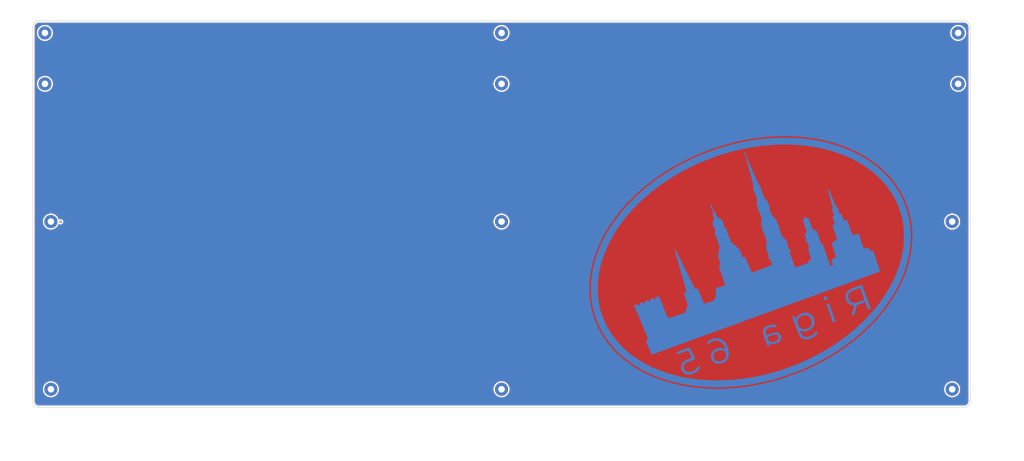
<source format=kicad_pcb>
(kicad_pcb (version 20171130) (host pcbnew "(5.1.10-6-gecec324121)-1")

  (general
    (thickness 1.6)
    (drawings 8)
    (tracks 1)
    (zones 0)
    (modules 14)
    (nets 1)
  )

  (page A4)
  (layers
    (0 F.Cu signal)
    (31 B.Cu signal)
    (32 B.Adhes user)
    (33 F.Adhes user)
    (34 B.Paste user)
    (35 F.Paste user)
    (36 B.SilkS user)
    (37 F.SilkS user)
    (38 B.Mask user)
    (39 F.Mask user)
    (40 Dwgs.User user)
    (41 Cmts.User user)
    (42 Eco1.User user)
    (43 Eco2.User user)
    (44 Edge.Cuts user)
    (45 Margin user)
    (46 B.CrtYd user)
    (47 F.CrtYd user)
    (48 B.Fab user hide)
    (49 F.Fab user hide)
  )

  (setup
    (last_trace_width 0.25)
    (trace_clearance 0.2)
    (zone_clearance 0.508)
    (zone_45_only no)
    (trace_min 0.2)
    (via_size 0.8)
    (via_drill 0.4)
    (via_min_size 0.4)
    (via_min_drill 0.3)
    (uvia_size 0.3)
    (uvia_drill 0.1)
    (uvias_allowed no)
    (uvia_min_size 0.2)
    (uvia_min_drill 0.1)
    (edge_width 0.05)
    (segment_width 0.2)
    (pcb_text_width 0.3)
    (pcb_text_size 1.5 1.5)
    (mod_edge_width 0.12)
    (mod_text_size 1 1)
    (mod_text_width 0.15)
    (pad_size 1.524 1.524)
    (pad_drill 0.762)
    (pad_to_mask_clearance 0)
    (aux_axis_origin 0 0)
    (visible_elements 7FFFFFFF)
    (pcbplotparams
      (layerselection 0x010f0_ffffffff)
      (usegerberextensions true)
      (usegerberattributes true)
      (usegerberadvancedattributes true)
      (creategerberjobfile false)
      (excludeedgelayer true)
      (linewidth 0.100000)
      (plotframeref false)
      (viasonmask false)
      (mode 1)
      (useauxorigin false)
      (hpglpennumber 1)
      (hpglpenspeed 20)
      (hpglpendiameter 15.000000)
      (psnegative false)
      (psa4output false)
      (plotreference false)
      (plotvalue false)
      (plotinvisibletext false)
      (padsonsilk false)
      (subtractmaskfromsilk true)
      (outputformat 1)
      (mirror false)
      (drillshape 0)
      (scaleselection 1)
      (outputdirectory "C:/Users/Georgs/Desktop/RIGA65 - tests/PLATES/BOTTOM/GErber/"))
  )

  (net 0 "")

  (net_class Default "This is the default net class."
    (clearance 0.2)
    (trace_width 0.25)
    (via_dia 0.8)
    (via_drill 0.4)
    (uvia_dia 0.3)
    (uvia_drill 0.1)
  )

  (module "graphics:oval around logo" (layer F.Cu) (tedit 60E43827) (tstamp 60E48EC5)
    (at 239.81 80.68 200)
    (fp_text reference G*** (at 0 0 200) (layer F.SilkS) hide
      (effects (font (size 1.524 1.524) (thickness 0.3)))
    )
    (fp_text value LOGO (at 0.75 0 200) (layer F.SilkS) hide
      (effects (font (size 1.524 1.524) (thickness 0.3)))
    )
    (fp_poly (pts (xy 1.038263 -38.748606) (xy 1.981894 -38.742952) (xy 2.817895 -38.731341) (xy 3.574102 -38.712577)
      (xy 4.278354 -38.685461) (xy 4.958487 -38.648797) (xy 5.642339 -38.601387) (xy 6.357747 -38.542036)
      (xy 7.132549 -38.469545) (xy 7.636334 -38.419366) (xy 10.611701 -38.057739) (xy 13.530793 -37.583277)
      (xy 16.388852 -36.999063) (xy 19.181125 -36.308179) (xy 21.902856 -35.513708) (xy 24.549289 -34.618733)
      (xy 27.115669 -33.626335) (xy 29.597242 -32.539598) (xy 31.98925 -31.361604) (xy 34.28694 -30.095434)
      (xy 36.485556 -28.744173) (xy 38.580343 -27.310902) (xy 40.566545 -25.798704) (xy 42.439407 -24.210662)
      (xy 44.194174 -22.549857) (xy 45.82609 -20.819372) (xy 47.3304 -19.022291) (xy 48.702349 -17.161695)
      (xy 49.937181 -15.240666) (xy 51.030142 -13.262288) (xy 51.976475 -11.229643) (xy 52.764441 -9.166308)
      (xy 53.388111 -7.095543) (xy 53.850601 -5.017879) (xy 54.153697 -2.937564) (xy 54.299182 -0.858842)
      (xy 54.288841 1.214041) (xy 54.124459 3.276839) (xy 53.807819 5.325306) (xy 53.340707 7.355197)
      (xy 52.724907 9.362266) (xy 51.962203 11.342268) (xy 51.054379 13.290956) (xy 50.003219 15.204086)
      (xy 48.81051 17.077411) (xy 47.478033 18.906686) (xy 46.007575 20.687665) (xy 44.400919 22.416103)
      (xy 42.65985 24.087753) (xy 40.786152 25.698371) (xy 38.78161 27.24371) (xy 36.915755 28.542946)
      (xy 34.449212 30.084629) (xy 31.872701 31.508713) (xy 29.191307 32.813545) (xy 26.410117 33.997474)
      (xy 23.534217 35.058847) (xy 20.568692 35.996013) (xy 17.518629 36.807319) (xy 14.389113 37.491113)
      (xy 11.18523 38.045744) (xy 7.912066 38.46956) (xy 5.717041 38.676755) (xy 5.327751 38.702175)
      (xy 4.810879 38.726861) (xy 4.188912 38.750428) (xy 3.484331 38.772496) (xy 2.719621 38.792681)
      (xy 1.917266 38.810601) (xy 1.09975 38.825873) (xy 0.289556 38.838114) (xy -0.490832 38.846941)
      (xy -1.218931 38.851973) (xy -1.872255 38.852826) (xy -2.428323 38.849118) (xy -2.864649 38.840466)
      (xy -3.144373 38.827567) (xy -3.362846 38.812624) (xy -3.707384 38.790129) (xy -4.141007 38.762447)
      (xy -4.626738 38.731947) (xy -4.981994 38.709938) (xy -6.969784 38.554834) (xy -9.039601 38.331807)
      (xy -11.128649 38.048474) (xy -13.108361 37.724232) (xy -16.048193 37.135734) (xy -18.921039 36.433964)
      (xy -21.721507 35.622204) (xy -24.444205 34.703739) (xy -27.083742 33.68185) (xy -29.634728 32.559823)
      (xy -32.09177 31.340939) (xy -34.449477 30.028483) (xy -36.702457 28.625737) (xy -38.845321 27.135986)
      (xy -40.872675 25.562511) (xy -42.779129 23.908597) (xy -44.559291 22.177527) (xy -46.20777 20.372585)
      (xy -47.719175 18.497052) (xy -49.088115 16.554214) (xy -49.840786 15.354341) (xy -50.943248 13.363856)
      (xy -51.887752 11.335304) (xy -52.676618 9.262112) (xy -53.312166 7.137706) (xy -53.796718 4.955513)
      (xy -54.036227 3.471061) (xy -54.096191 2.908692) (xy -54.141684 2.218658) (xy -54.172706 1.435999)
      (xy -54.189255 0.595752) (xy -54.189758 0.386782) (xy -53.373306 0.386782) (xy -53.360515 1.2175)
      (xy -53.333167 1.996773) (xy -53.291239 2.689435) (xy -53.234707 3.260321) (xy -53.22408 3.339621)
      (xy -52.869052 5.416757) (xy -52.400234 7.388753) (xy -51.813591 9.271445) (xy -51.490094 10.145175)
      (xy -50.604559 12.193542) (xy -49.568485 14.188088) (xy -48.386612 16.125669) (xy -47.063685 18.003141)
      (xy -45.604445 19.817362) (xy -44.013637 21.565187) (xy -42.296004 23.243473) (xy -40.456287 24.849077)
      (xy -38.499231 26.378855) (xy -36.429578 27.829663) (xy -34.252071 29.198358) (xy -31.971453 30.481797)
      (xy -29.592467 31.676836) (xy -27.119857 32.78033) (xy -24.558365 33.789138) (xy -21.912733 34.700115)
      (xy -19.187707 35.510118) (xy -16.388027 36.216003) (xy -13.518437 36.814626) (xy -10.583681 37.302845)
      (xy -10.494856 37.315728) (xy -9.425036 37.459135) (xy -8.263212 37.595388) (xy -7.072988 37.717923)
      (xy -5.917973 37.820174) (xy -4.900322 37.893217) (xy -4.400056 37.924287) (xy -3.925715 37.95422)
      (xy -3.514277 37.980648) (xy -3.20272 38.001204) (xy -3.062701 38.010914) (xy -2.758816 38.024508)
      (xy -2.314408 38.032698) (xy -1.752198 38.03588) (xy -1.094904 38.034448) (xy -0.365247 38.028797)
      (xy 0.414054 38.019323) (xy 1.220281 38.006421) (xy 2.030714 37.990486) (xy 2.822634 37.971913)
      (xy 3.573321 37.951097) (xy 4.260056 37.928433) (xy 4.86012 37.904317) (xy 5.350793 37.879143)
      (xy 5.635369 37.859643) (xy 8.75669 37.545388) (xy 11.819171 37.112039) (xy 14.817568 36.562115)
      (xy 17.746638 35.898138) (xy 20.601137 35.122626) (xy 23.375821 34.238099) (xy 26.065447 33.247078)
      (xy 28.66477 32.152083) (xy 31.168546 30.955633) (xy 33.571533 29.660248) (xy 35.868486 28.268448)
      (xy 38.054161 26.782753) (xy 40.123314 25.205682) (xy 42.070702 23.539757) (xy 43.891081 21.787496)
      (xy 45.579207 19.95142) (xy 47.129836 18.034049) (xy 47.264515 17.854846) (xy 48.586781 15.95942)
      (xy 49.751398 14.024005) (xy 50.760061 12.044528) (xy 51.614465 10.016915) (xy 52.316308 7.937095)
      (xy 52.867285 5.800993) (xy 53.269093 3.604537) (xy 53.305722 3.348553) (xy 53.363901 2.803749)
      (xy 53.407893 2.131586) (xy 53.437699 1.367431) (xy 53.453319 0.546651) (xy 53.454752 -0.295386)
      (xy 53.441999 -1.123313) (xy 53.41506 -1.901763) (xy 53.373935 -2.595368) (xy 53.318623 -3.168761)
      (xy 53.305722 -3.266881) (xy 52.919514 -5.473833) (xy 52.382151 -7.624948) (xy 51.692905 -9.72163)
      (xy 50.851045 -11.765284) (xy 49.855842 -13.757317) (xy 48.706566 -15.699131) (xy 47.402487 -17.592133)
      (xy 45.942875 -19.437728) (xy 44.327002 -21.23732) (xy 43.570657 -22.010611) (xy 41.654521 -23.8082)
      (xy 39.609475 -25.511052) (xy 37.441421 -27.116655) (xy 35.156266 -28.622499) (xy 32.759913 -30.026076)
      (xy 30.258266 -31.324874) (xy 27.657232 -32.516384) (xy 24.962713 -33.598095) (xy 22.180614 -34.567498)
      (xy 19.316841 -35.422083) (xy 16.377297 -36.159338) (xy 13.367887 -36.776755) (xy 10.294516 -37.271824)
      (xy 7.163087 -37.642033) (xy 6.697106 -37.685878) (xy 4.180911 -37.865067) (xy 1.573967 -37.956111)
      (xy -1.077346 -37.959617) (xy -3.726648 -37.876189) (xy -6.327557 -37.706435) (xy -8.531405 -37.487067)
      (xy -11.488843 -37.08105) (xy -14.386682 -36.563152) (xy -17.220077 -35.93646) (xy -19.984179 -35.204061)
      (xy -22.674143 -34.36904) (xy -25.28512 -33.434484) (xy -27.812265 -32.403479) (xy -30.250729 -31.279113)
      (xy -32.595666 -30.064471) (xy -34.84223 -28.762639) (xy -36.985572 -27.376704) (xy -39.020846 -25.909753)
      (xy -40.943204 -24.364871) (xy -42.747801 -22.745146) (xy -44.429789 -21.053663) (xy -45.98432 -19.293509)
      (xy -47.406548 -17.46777) (xy -48.691626 -15.579533) (xy -49.834706 -13.631883) (xy -50.830943 -11.627909)
      (xy -51.452785 -10.156497) (xy -52.162387 -8.125004) (xy -52.724412 -6.025883) (xy -53.139445 -3.856868)
      (xy -53.219715 -3.307717) (xy -53.279363 -2.747247) (xy -53.324568 -2.062397) (xy -53.35531 -1.288332)
      (xy -53.371563 -0.460218) (xy -53.373306 0.386782) (xy -54.189758 0.386782) (xy -54.191334 -0.267046)
      (xy -54.17894 -1.117357) (xy -54.152075 -1.920143) (xy -54.110738 -2.640365) (xy -54.05493 -3.242987)
      (xy -54.036227 -3.389389) (xy -53.691269 -5.43732) (xy -53.230547 -7.394059) (xy -52.643968 -9.291596)
      (xy -51.921439 -11.16192) (xy -51.052868 -13.037017) (xy -50.892619 -13.353376) (xy -49.763546 -15.379459)
      (xy -48.483936 -17.348537) (xy -47.057625 -19.256986) (xy -45.48845 -21.101184) (xy -43.780251 -22.877505)
      (xy -41.936863 -24.582326) (xy -39.962126 -26.212023) (xy -37.859875 -27.762971) (xy -35.633949 -29.231547)
      (xy -33.288186 -30.614126) (xy -31.729582 -31.450207) (xy -28.940225 -32.800796) (xy -26.057511 -34.01812)
      (xy -23.083313 -35.101629) (xy -20.019503 -36.050772) (xy -16.867953 -36.864998) (xy -13.630535 -37.543757)
      (xy -10.309121 -38.086497) (xy -8.301154 -38.34381) (xy -7.388996 -38.444209) (xy -6.530286 -38.52756)
      (xy -5.696922 -38.595242) (xy -4.860799 -38.648636) (xy -3.993815 -38.689122) (xy -3.067865 -38.71808)
      (xy -2.054846 -38.736891) (xy -0.926655 -38.746934) (xy -0.040836 -38.7495) (xy 1.038263 -38.748606)) (layer B.Cu) (width 1.5))
  )

  (module "graphics:maybe works" (layer B.Cu) (tedit 60E4356A) (tstamp 60E48CD7)
    (at 237.94 78.76 200)
    (fp_text reference G*** (at 0 0 200) (layer B.SilkS) hide
      (effects (font (size 1.524 1.524) (thickness 0.3)) (justify mirror))
    )
    (fp_text value LOGO (at 0.75 0 200) (layer B.SilkS) hide
      (effects (font (size 1.524 1.524) (thickness 0.3)) (justify mirror))
    )
    (fp_poly (pts (xy -11.4621 32.943417) (xy -11.389428 32.787026) (xy -11.416292 32.52781) (xy -11.442169 32.440129)
      (xy -11.464113 32.370364) (xy -11.48176 32.297191) (xy -11.494405 32.207927) (xy -11.501346 32.089887)
      (xy -11.501879 31.930388) (xy -11.4953 31.716745) (xy -11.480905 31.436274) (xy -11.457991 31.076292)
      (xy -11.425854 30.624113) (xy -11.38379 30.067055) (xy -11.331096 29.392433) (xy -11.267067 28.587563)
      (xy -11.191 27.639762) (xy -11.142207 27.033441) (xy -11.052892 25.927121) (xy -10.97483 24.971481)
      (xy -10.906505 24.154358) (xy -10.846396 23.463588) (xy -10.792984 22.887007) (xy -10.74475 22.412453)
      (xy -10.700175 22.027761) (xy -10.657741 21.720768) (xy -10.615928 21.479311) (xy -10.573216 21.291225)
      (xy -10.528088 21.144347) (xy -10.479023 21.026515) (xy -10.424504 20.925563) (xy -10.368403 20.837413)
      (xy -10.219394 20.588654) (xy -10.160854 20.405335) (xy -10.175437 20.230189) (xy -10.179497 20.213826)
      (xy -10.197063 20.061742) (xy -10.210783 19.773939) (xy -10.220099 19.378011) (xy -10.22445 18.901549)
      (xy -10.223276 18.372148) (xy -10.22121 18.158201) (xy -10.199891 16.347592) (xy -9.921753 16.05268)
      (xy -9.73557 15.824787) (xy -9.612826 15.584588) (xy -9.544715 15.294833) (xy -9.522431 14.918271)
      (xy -9.536815 14.424376) (xy -9.553082 14.04885) (xy -9.551228 13.795667) (xy -9.525914 13.624324)
      (xy -9.471801 13.494321) (xy -9.400123 13.38735) (xy -9.288109 13.216947) (xy -9.273009 13.100831)
      (xy -9.346103 12.9687) (xy -9.347879 12.966161) (xy -9.395831 12.867583) (xy -9.430451 12.713713)
      (xy -9.453631 12.480705) (xy -9.467264 12.144718) (xy -9.473243 11.681906) (xy -9.473955 11.377831)
      (xy -9.473955 9.969499) (xy -9.149951 9.468202) (xy -8.880205 9.000961) (xy -8.670137 8.536949)
      (xy -8.536074 8.117441) (xy -8.49389 7.809595) (xy -8.51828 7.565318) (xy -8.579764 7.265097)
      (xy -8.612777 7.144755) (xy -8.731664 6.749724) (xy -8.449433 6.437328) (xy -8.266913 6.224518)
      (xy -8.188031 6.074399) (xy -8.203813 5.931345) (xy -8.305283 5.739728) (xy -8.330241 5.698598)
      (xy -8.389699 5.586742) (xy -8.4328 5.457874) (xy -8.462127 5.285008) (xy -8.480262 5.041153)
      (xy -8.489789 4.699321) (xy -8.49329 4.232522) (xy -8.493585 3.99188) (xy -8.49389 2.552569)
      (xy -7.955759 1.461552) (xy -7.417627 0.370535) (xy -7.531233 -2.327653) (xy -7.277514 -2.645153)
      (xy -7.129951 -2.847212) (xy -7.038454 -3.006005) (xy -7.023794 -3.055323) (xy -7.072244 -3.169764)
      (xy -7.194608 -3.351267) (xy -7.263832 -3.4392) (xy -7.50387 -3.730407) (xy -7.456085 -4.636202)
      (xy -7.4083 -5.541996) (xy -6.828105 -5.586654) (xy -6.612097 -5.598333) (xy -6.255566 -5.6117)
      (xy -5.781321 -5.626154) (xy -5.212165 -5.641095) (xy -4.570907 -5.65592) (xy -3.880352 -5.670028)
      (xy -3.214017 -5.681975) (xy -0.180125 -5.732638) (xy -0.132894 -4.887702) (xy -0.115742 -4.557111)
      (xy -0.093899 -4.099806) (xy -0.069007 -3.552293) (xy -0.042712 -2.951079) (xy -0.016657 -2.33267)
      (xy -0.005063 -2.048952) (xy 0.020079 -1.493017) (xy 0.04787 -0.990993) (xy 0.076615 -0.566046)
      (xy 0.104616 -0.241346) (xy 0.130177 -0.040059) (xy 0.146113 0.015437) (xy 0.262477 0.064728)
      (xy 0.482543 0.113317) (xy 0.639213 0.136055) (xy 0.824245 0.157559) (xy 0.949456 0.188443)
      (xy 1.022855 0.255586) (xy 1.05245 0.385866) (xy 1.046249 0.606161) (xy 1.012262 0.943351)
      (xy 0.975919 1.266092) (xy 0.933823 1.797421) (xy 0.941351 2.233436) (xy 0.982403 2.549207)
      (xy 1.151205 3.205577) (xy 1.415985 3.890224) (xy 1.751135 4.550261) (xy 2.131045 5.132804)
      (xy 2.378932 5.433059) (xy 2.688702 5.76912) (xy 2.769069 6.825235) (xy 2.806547 7.351961)
      (xy 2.845687 7.958936) (xy 2.881322 8.563207) (xy 2.90376 8.987444) (xy 2.924687 9.43145)
      (xy 2.933954 9.743677) (xy 2.927958 9.955491) (xy 2.903098 10.098258) (xy 2.85577 10.203344)
      (xy 2.782373 10.302116) (xy 2.748058 10.343139) (xy 2.538031 10.592741) (xy 2.778498 10.823123)
      (xy 2.961602 11.050239) (xy 3.122343 11.33304) (xy 3.156417 11.413416) (xy 3.213681 11.577698)
      (xy 3.245499 11.729739) (xy 3.251736 11.907767) (xy 3.232257 12.150009) (xy 3.186927 12.49469)
      (xy 3.151762 12.736134) (xy 3.08447 13.255128) (xy 3.062353 13.653696) (xy 3.092896 13.97035)
      (xy 3.183589 14.243601) (xy 3.34192 14.511961) (xy 3.549666 14.782637) (xy 3.869216 15.175623)
      (xy 4.098831 15.471585) (xy 4.251977 15.699948) (xy 4.34212 15.89014) (xy 4.382724 16.071586)
      (xy 4.387255 16.273712) (xy 4.369178 16.525945) (xy 4.365697 16.565932) (xy 4.342701 16.91741)
      (xy 4.352 17.167914) (xy 4.400567 17.377839) (xy 4.482783 17.580172) (xy 4.572247 17.8167)
      (xy 4.625686 18.077163) (xy 4.650676 18.41228) (xy 4.655306 18.735406) (xy 4.645622 19.099478)
      (xy 4.619691 19.42184) (xy 4.582196 19.653402) (xy 4.561626 19.717533) (xy 4.524792 19.944153)
      (xy 4.62713 20.106147) (xy 4.848008 20.172702) (xy 4.866613 20.17299) (xy 5.069683 20.111976)
      (xy 5.16454 19.937386) (xy 5.146608 19.661904) (xy 5.10346 19.516662) (xy 5.042178 19.257393)
      (xy 4.998605 18.909021) (xy 4.981994 18.54557) (xy 4.981994 18.545149) (xy 4.989036 18.206395)
      (xy 5.018441 17.977535) (xy 5.082621 17.805423) (xy 5.193992 17.63691) (xy 5.19422 17.636607)
      (xy 5.292446 17.49672) (xy 5.351873 17.366602) (xy 5.379172 17.204002) (xy 5.381015 16.966665)
      (xy 5.364073 16.612337) (xy 5.36192 16.574416) (xy 5.317393 15.793527) (xy 5.815197 15.185992)
      (xy 6.054029 14.879136) (xy 6.267895 14.57704) (xy 6.422883 14.328652) (xy 6.462423 14.251769)
      (xy 6.576849 13.851466) (xy 6.6087 13.370122) (xy 6.556819 12.868303) (xy 6.49381 12.61089)
      (xy 6.420954 12.321538) (xy 6.377033 12.052369) (xy 6.371302 11.960524) (xy 6.420535 11.736373)
      (xy 6.54797 11.450547) (xy 6.721368 11.161718) (xy 6.908487 10.928559) (xy 6.96901 10.872797)
      (xy 7.091448 10.686332) (xy 7.071924 10.480792) (xy 7.004602 10.385823) (xy 6.969303 10.268754)
      (xy 6.942555 10.012659) (xy 6.924507 9.64164) (xy 6.915313 9.1798) (xy 6.915124 8.651239)
      (xy 6.924093 8.080061) (xy 6.942372 7.490366) (xy 6.970114 6.906259) (xy 6.981443 6.717702)
      (xy 7.034635 5.880742) (xy 7.483713 5.165934) (xy 7.873577 4.52039) (xy 8.169576 3.961689)
      (xy 8.383535 3.452126) (xy 8.527276 2.953999) (xy 8.612622 2.429605) (xy 8.651397 1.84124)
      (xy 8.657235 1.423705) (xy 8.657235 0.349896) (xy 9.002968 0.276963) (xy 9.222927 0.217989)
      (xy 9.333805 0.129161) (xy 9.388263 -0.04221) (xy 9.402291 -0.122584) (xy 9.416134 -0.277757)
      (xy 9.431949 -0.575676) (xy 9.44904 -0.995767) (xy 9.46671 -1.517452) (xy 9.484262 -2.120157)
      (xy 9.500999 -2.783305) (xy 9.516226 -3.486321) (xy 9.516285 -3.489318) (xy 9.532628 -4.280813)
      (xy 9.547695 -4.924217) (xy 9.562441 -5.434767) (xy 9.577822 -5.827699) (xy 9.594792 -6.11825)
      (xy 9.614307 -6.321659) (xy 9.637321 -6.453161) (xy 9.664789 -6.527994) (xy 9.697666 -6.561396)
      (xy 9.709084 -6.565714) (xy 9.843185 -6.586022) (xy 10.09899 -6.611797) (xy 10.435125 -6.63919)
      (xy 10.68623 -6.656633) (xy 11.069012 -6.67912) (xy 11.32538 -6.684345) (xy 11.491761 -6.667851)
      (xy 11.604583 -6.625187) (xy 11.700271 -6.551896) (xy 11.724249 -6.52971) (xy 11.99225 -6.37864)
      (xy 12.237284 -6.348144) (xy 12.465531 -6.357596) (xy 12.625837 -6.405897) (xy 12.764957 -6.522959)
      (xy 12.929642 -6.738697) (xy 12.995042 -6.832971) (xy 13.159236 -7.111559) (xy 13.242964 -7.384339)
      (xy 13.272906 -7.694222) (xy 13.294967 -7.959282) (xy 13.348352 -8.175104) (xy 13.454626 -8.397293)
      (xy 13.635354 -8.681449) (xy 13.68303 -8.751629) (xy 14.049084 -9.257821) (xy 14.368171 -9.629771)
      (xy 14.657704 -9.883355) (xy 14.9351 -10.034452) (xy 15.152201 -10.09107) (xy 15.351062 -10.107311)
      (xy 15.659665 -10.116418) (xy 16.046921 -10.119078) (xy 16.481738 -10.115982) (xy 16.933027 -10.107819)
      (xy 17.369698 -10.095279) (xy 17.76066 -10.079049) (xy 18.074824 -10.05982) (xy 18.281098 -10.038281)
      (xy 18.34718 -10.020237) (xy 18.36152 -9.929711) (xy 18.379699 -9.695165) (xy 18.400747 -9.335852)
      (xy 18.423697 -8.871024) (xy 18.447578 -8.319933) (xy 18.471423 -7.701834) (xy 18.488495 -7.211998)
      (xy 18.580386 -4.453183) (xy 19.02428 -4.389397) (xy 19.270244 -4.351186) (xy 19.436339 -4.319932)
      (xy 19.479557 -4.306696) (xy 19.491293 -4.222173) (xy 19.520358 -3.982907) (xy 19.565884 -3.596485)
      (xy 19.627005 -3.070491) (xy 19.702853 -2.412509) (xy 19.792561 -1.630126) (xy 19.895261 -0.730927)
      (xy 20.010086 0.277505) (xy 20.136169 1.387582) (xy 20.272642 2.591721) (xy 20.418639 3.882336)
      (xy 20.573291 5.251843) (xy 20.630372 5.757878) (xy 20.71167 6.490244) (xy 20.787596 7.196136)
      (xy 20.855941 7.853365) (xy 20.914497 8.439745) (xy 20.961053 8.933087) (xy 20.993399 9.311206)
      (xy 21.009328 9.551913) (xy 21.010028 9.570422) (xy 21.023625 9.887969) (xy 21.046896 10.078375)
      (xy 21.092034 10.177821) (xy 21.171236 10.22249) (xy 21.2347 10.237004) (xy 21.391085 10.26194)
      (xy 21.448526 10.263045) (xy 21.456441 10.18144) (xy 21.472556 9.962805) (xy 21.49509 9.633149)
      (xy 21.522263 9.218482) (xy 21.550111 8.779743) (xy 21.586988 8.198115) (xy 21.630757 7.521069)
      (xy 21.680384 6.763702) (xy 21.734834 5.941108) (xy 21.793071 5.068384) (xy 21.854061 4.160625)
      (xy 21.916769 3.232928) (xy 21.980159 2.300387) (xy 22.043197 1.3781) (xy 22.104847 0.481161)
      (xy 22.164075 -0.375334) (xy 22.219846 -1.176289) (xy 22.271124 -1.906608) (xy 22.316875 -2.551195)
      (xy 22.356064 -3.094954) (xy 22.387655 -3.522791) (xy 22.410614 -3.819609) (xy 22.423906 -3.970311)
      (xy 22.424785 -3.977729) (xy 22.468682 -4.321053) (xy 23.480708 -4.369453) (xy 23.530705 -6.04373)
      (xy 23.546683 -6.580717) (xy 23.561714 -7.089479) (xy 23.574837 -7.537193) (xy 23.58509 -7.891036)
      (xy 23.591512 -8.118184) (xy 23.591959 -8.134612) (xy 23.601013 -8.296245) (xy 23.628406 -8.438081)
      (xy 23.68909 -8.586157) (xy 23.798018 -8.766511) (xy 23.970143 -9.005178) (xy 24.220419 -9.328197)
      (xy 24.428415 -9.591096) (xy 25.253614 -10.630975) (xy 27.75655 -10.580873) (xy 28.407359 -10.566732)
      (xy 29.029141 -10.551136) (xy 29.596497 -10.53488) (xy 30.084026 -10.518762) (xy 30.46633 -10.503575)
      (xy 30.71801 -10.490117) (xy 30.76258 -10.486683) (xy 31.265674 -10.442594) (xy 31.312696 -9.978692)
      (xy 31.325913 -9.797833) (xy 31.344167 -9.473612) (xy 31.366548 -9.025903) (xy 31.392146 -8.474581)
      (xy 31.420051 -7.839518) (xy 31.449352 -7.140589) (xy 31.479141 -6.397669) (xy 31.492868 -6.04373)
      (xy 31.52183 -5.3072) (xy 31.550123 -4.622354) (xy 31.576948 -4.006174) (xy 31.601501 -3.475644)
      (xy 31.622981 -3.047745) (xy 31.640585 -2.739461) (xy 31.653511 -2.567774) (xy 31.658468 -2.537553)
      (xy 31.749321 -2.517607) (xy 31.963515 -2.494791) (xy 32.261191 -2.47303) (xy 32.384045 -2.466057)
      (xy 33.077171 -2.429677) (xy 33.077171 -2.725771) (xy 33.088732 -2.921893) (xy 33.154587 -3.004126)
      (xy 33.32149 -3.021748) (xy 33.358093 -3.021865) (xy 33.543322 -3.008822) (xy 33.628016 -2.937419)
      (xy 33.660588 -2.759244) (xy 33.664363 -2.715595) (xy 33.697236 -2.510313) (xy 33.777306 -2.415952)
      (xy 33.927208 -2.382237) (xy 34.18549 -2.378446) (xy 34.43269 -2.405424) (xy 34.622759 -2.465463)
      (xy 34.704945 -2.586524) (xy 34.726061 -2.718364) (xy 34.755673 -2.884767) (xy 34.834372 -2.965717)
      (xy 35.011257 -2.999146) (xy 35.098553 -3.006143) (xy 35.44566 -3.031257) (xy 35.44566 -2.738145)
      (xy 35.463401 -2.540954) (xy 35.53716 -2.430489) (xy 35.697741 -2.392214) (xy 35.975947 -2.411591)
      (xy 36.10162 -2.428559) (xy 36.35998 -2.473057) (xy 36.497777 -2.528513) (xy 36.55713 -2.62058)
      (xy 36.574075 -2.716306) (xy 36.602565 -2.850641) (xy 36.677592 -2.91666) (xy 36.844607 -2.9384)
      (xy 36.997428 -2.940193) (xy 37.236756 -2.932906) (xy 37.35833 -2.894966) (xy 37.407608 -2.802256)
      (xy 37.420781 -2.715595) (xy 37.444898 -2.592454) (xy 37.507789 -2.522577) (xy 37.649081 -2.48757)
      (xy 37.908403 -2.469041) (xy 37.957074 -2.466681) (xy 38.467524 -2.442366) (xy 38.467524 -2.732116)
      (xy 38.482854 -2.927671) (xy 38.549912 -3.008334) (xy 38.661496 -3.021865) (xy 39.00977 -2.99453)
      (xy 39.251143 -2.918267) (xy 39.361569 -2.801692) (xy 39.365917 -2.769513) (xy 39.440956 -2.599003)
      (xy 39.665431 -2.492639) (xy 40.038383 -2.450838) (xy 40.104406 -2.450161) (xy 40.526945 -2.450161)
      (xy 40.478757 -3.246463) (xy 40.454184 -3.675682) (xy 40.426768 -4.191077) (xy 40.400527 -4.715625)
      (xy 40.386103 -5.022829) (xy 40.3732 -5.300489) (xy 40.353251 -5.72092) (xy 40.327239 -6.263748)
      (xy 40.29615 -6.908597) (xy 40.260969 -7.635092) (xy 40.22268 -8.422859) (xy 40.182269 -9.251523)
      (xy 40.140719 -10.100708) (xy 40.136267 -10.191529) (xy 39.930899 -14.380164) (xy 40.859791 -15.229118)
      (xy 40.805377 -16.741408) (xy 40.784067 -17.301389) (xy 40.760068 -17.879167) (xy 40.735566 -18.425372)
      (xy 40.712747 -18.890636) (xy 40.699537 -19.131672) (xy 40.648112 -20.009646) (xy -40.647356 -20.009646)
      (xy -40.701744 -17.702411) (xy -40.71882 -17.007971) (xy -40.737971 -16.279891) (xy -40.758013 -15.559761)
      (xy -40.777767 -14.889172) (xy -40.79605 -14.309713) (xy -40.807871 -13.965916) (xy -40.859609 -12.536656)
      (xy -40.316943 -12.564043) (xy -39.774276 -12.59143) (xy -39.774276 -11.29903) (xy -38.942421 -11.120018)
      (xy -38.594948 -11.042825) (xy -38.311748 -10.97535) (xy -38.127851 -10.926214) (xy -38.076434 -10.906874)
      (xy -38.070717 -10.819933) (xy -38.070524 -10.589475) (xy -38.075464 -10.235217) (xy -38.085146 -9.776879)
      (xy -38.099181 -9.234178) (xy -38.117179 -8.626834) (xy -38.128461 -8.277336) (xy -38.14867 -7.643599)
      (xy -38.165552 -7.06419) (xy -38.178662 -6.558755) (xy -38.187552 -6.146934) (xy -38.191775 -5.848373)
      (xy -38.190886 -5.682714) (xy -38.188092 -5.655402) (xy -38.101771 -5.636125) (xy -37.88396 -5.601947)
      (xy -37.565363 -5.557322) (xy -37.176683 -5.506707) (xy -37.079563 -5.494557) (xy -35.997562 -5.36024)
      (xy -36.046581 -4.783174) (xy -36.060767 -4.538877) (xy -36.074366 -4.161704) (xy -36.086674 -3.682127)
      (xy -36.096987 -3.130613) (xy -36.104602 -2.537632) (xy -36.107873 -2.127711) (xy -36.120145 -0.049314)
      (xy -35.681981 -0.072569) (xy -35.427969 -0.090988) (xy -35.246523 -0.113292) (xy -35.19317 -0.127126)
      (xy -35.160783 -0.069852) (xy -35.127647 0.120013) (xy -35.0963 0.41175) (xy -35.069282 0.774637)
      (xy -35.049134 1.177955) (xy -35.038393 1.590984) (xy -35.037299 1.758363) (xy -35.03508 2.089045)
      (xy -35.020608 2.294179) (xy -34.982164 2.41156) (xy -34.908025 2.478981) (xy -34.798187 2.529387)
      (xy -34.563919 2.641193) (xy -34.422141 2.764417) (xy -34.362273 2.933731) (xy -34.373733 3.183802)
      (xy -34.445941 3.549302) (xy -34.463588 3.625798) (xy -34.537994 3.958488) (xy -34.595032 4.23937)
      (xy -34.625894 4.42396) (xy -34.628939 4.461101) (xy -34.59987 4.593558) (xy -34.522884 4.83031)
      (xy -34.413313 5.12505) (xy -34.387759 5.189576) (xy -34.316561 5.371481) (xy -34.260089 5.535674)
      (xy -34.215751 5.704926) (xy -34.180956 5.902007) (xy -34.153114 6.149688) (xy -34.129634 6.470741)
      (xy -34.107924 6.887935) (xy -34.085394 7.424042) (xy -34.060966 8.061703) (xy -34.036504 8.683947)
      (xy -34.011272 9.278752) (xy -33.986569 9.818818) (xy -33.963696 10.276845) (xy -33.943953 10.625531)
      (xy -33.928965 10.834089) (xy -33.875857 11.181109) (xy -33.795046 11.434112) (xy -33.697219 11.571142)
      (xy -33.593064 11.570243) (xy -33.577288 11.556592) (xy -33.534794 11.439871) (xy -33.488864 11.169385)
      (xy -33.439349 10.743524) (xy -33.386101 10.160677) (xy -33.328971 9.419232) (xy -33.267811 8.51758)
      (xy -33.20842 7.554662) (xy -33.101779 5.757878) (xy -32.799283 5.159177) (xy -32.496786 4.560476)
      (xy -32.615281 3.811589) (xy -32.665099 3.43428) (xy -32.684851 3.137297) (xy -32.672608 2.955671)
      (xy -32.663759 2.931314) (xy -32.547166 2.831625) (xy -32.3337 2.731961) (xy -32.222916 2.696101)
      (xy -31.85209 2.592277) (xy -31.85209 -0.051259) (xy -31.362058 -0.015813) (xy -30.872025 0.019633)
      (xy -30.865001 -0.623142) (xy -30.857531 -1.114066) (xy -30.845726 -1.655159) (xy -30.83048 -2.222618)
      (xy -30.812688 -2.792639) (xy -30.793245 -3.341418) (xy -30.773046 -3.845152) (xy -30.752986 -4.280037)
      (xy -30.733959 -4.62227) (xy -30.716859 -4.848046) (xy -30.702987 -4.93324) (xy -30.611325 -4.973124)
      (xy -30.394601 -5.048582) (xy -30.08445 -5.149078) (xy -29.71251 -5.264074) (xy -29.682395 -5.273174)
      (xy -29.304934 -5.390193) (xy -28.984934 -5.495328) (xy -28.754777 -5.577524) (xy -28.646848 -5.625721)
      (xy -28.644774 -5.627472) (xy -28.625482 -5.721661) (xy -28.602133 -5.957899) (xy -28.576095 -6.314979)
      (xy -28.548735 -6.771697) (xy -28.521421 -7.306847) (xy -28.495521 -7.899223) (xy -28.49114 -8.009631)
      (xy -28.46532 -8.61187) (xy -28.437328 -9.162351) (xy -28.408614 -9.639505) (xy -28.380623 -10.021766)
      (xy -28.354802 -10.287568) (xy -28.3326 -10.415344) (xy -28.32929 -10.421786) (xy -28.221188 -10.472632)
      (xy -27.991519 -10.532924) (xy -27.680919 -10.592837) (xy -27.516263 -10.618397) (xy -27.17451 -10.677751)
      (xy -26.887731 -10.746596) (xy -26.699711 -10.813604) (xy -26.658901 -10.840225) (xy -26.581908 -11.016729)
      (xy -26.546159 -11.350632) (xy -26.543408 -11.51138) (xy -26.535809 -11.840176) (xy -26.516027 -12.140221)
      (xy -26.492363 -12.322267) (xy -26.452177 -12.472344) (xy -26.37866 -12.547897) (xy -26.224862 -12.574448)
      (xy -26.022749 -12.577559) (xy -25.60418 -12.577626) (xy -25.659612 -8.847205) (xy -25.715044 -5.116785)
      (xy -25.47585 -4.826601) (xy -25.378377 -4.703482) (xy -25.311883 -4.59069) (xy -25.270546 -4.454881)
      (xy -25.248547 -4.262713) (xy -25.240066 -3.980842) (xy -25.239283 -3.575926) (xy -25.23955 -3.472871)
      (xy -25.247597 -2.961862) (xy -25.269861 -2.592664) (xy -25.30833 -2.344203) (xy -25.359164 -2.205145)
      (xy -25.468989 -1.900793) (xy -25.424487 -1.64477) (xy -25.318328 -1.510932) (xy -25.193093 -1.342755)
      (xy -25.16492 -1.129097) (xy -25.232405 -0.833234) (xy -25.286646 -0.681607) (xy -25.363227 -0.454604)
      (xy -25.371405 -0.293406) (xy -25.308575 -0.114312) (xy -25.266228 -0.025562) (xy -25.111343 0.199518)
      (xy -24.87307 0.447694) (xy -24.685369 0.603538) (xy -24.256591 0.921345) (xy -24.256591 2.416958)
      (xy -24.251012 3.032459) (xy -24.234728 3.52494) (xy -24.20842 3.882022) (xy -24.172772 4.091328)
      (xy -24.162904 4.118192) (xy -24.114187 4.279688) (xy -24.172261 4.399733) (xy -24.264285 4.481768)
      (xy -24.394025 4.599208) (xy -24.404069 4.685994) (xy -24.30726 4.807785) (xy -24.120766 4.952381)
      (xy -23.884944 5.065025) (xy -23.883584 5.065475) (xy -23.617512 5.22977) (xy -23.464682 5.452044)
      (xy -23.321249 5.688881) (xy -23.198375 5.767001) (xy -23.085743 5.688085) (xy -23.002037 5.527457)
      (xy -22.839603 5.282518) (xy -22.600094 5.151205) (xy -22.367141 5.044873) (xy -22.1864 4.913704)
      (xy -22.177893 4.904673) (xy -22.092473 4.790404) (xy -22.089074 4.680363) (xy -22.167543 4.504414)
      (xy -22.176972 4.486127) (xy -22.26379 4.263337) (xy -22.258384 4.051629) (xy -22.223745 3.917939)
      (xy -22.192225 3.730773) (xy -22.165621 3.414973) (xy -22.14584 3.005222) (xy -22.134787 2.536201)
      (xy -22.133119 2.269131) (xy -22.133119 0.922808) (xy -21.726127 0.669808) (xy -21.371211 0.390671)
      (xy -21.125224 0.075007) (xy -20.999237 -0.251136) (xy -21.004322 -0.561711) (xy -21.109621 -0.780692)
      (xy -21.213163 -0.970656) (xy -21.199252 -1.147438) (xy -21.059229 -1.353548) (xy -20.974311 -1.445149)
      (xy -20.713895 -1.71383) (xy -20.900889 -2.04654) (xy -20.979727 -2.199954) (xy -21.031234 -2.350453)
      (xy -21.059768 -2.534943) (xy -21.06969 -2.790335) (xy -21.065358 -3.153536) (xy -21.059214 -3.386947)
      (xy -21.045654 -3.809428) (xy -21.028813 -4.101256) (xy -21.001891 -4.295083) (xy -20.958084 -4.42356)
      (xy -20.89059 -4.519341) (xy -20.805948 -4.602747) (xy -20.660589 -4.743117) (xy -20.584192 -4.827982)
      (xy -20.580817 -4.835168) (xy -20.574283 -4.920336) (xy -20.556456 -5.142086) (xy -20.529467 -5.474206)
      (xy -20.495444 -5.890487) (xy -20.459406 -6.329582) (xy -20.420059 -6.821647) (xy -20.38594 -7.274112)
      (xy -20.35931 -7.654905) (xy -20.342427 -7.931955) (xy -20.337431 -8.061037) (xy -20.329767 -8.209524)
      (xy -20.281852 -8.289938) (xy -20.153906 -8.326974) (xy -19.906146 -8.345327) (xy -19.876943 -8.346889)
      (xy -19.417552 -8.371383) (xy -19.274227 -8.738907) (xy -19.174773 -8.962967) (xy -19.077718 -9.070496)
      (xy -18.939083 -9.101587) (xy -18.876062 -9.101893) (xy -18.726621 -9.100061) (xy -18.438852 -9.097267)
      (xy -18.037763 -9.093728) (xy -17.548366 -9.089658) (xy -16.99567 -9.085271) (xy -16.497749 -9.081475)
      (xy -14.374276 -9.065595) (xy -14.374276 -3.886308) (xy -14.965186 -3.281162) (xy -14.74863 -2.997242)
      (xy -14.564132 -2.657495) (xy -14.481233 -2.243354) (xy -14.498116 -1.734615) (xy -14.588598 -1.217056)
      (xy -14.662855 -0.815496) (xy -14.717223 -0.39316) (xy -14.741116 -0.034332) (xy -14.741433 0)
      (xy -14.735593 0.235) (xy -14.709217 0.436927) (xy -14.649568 0.644814) (xy -14.543912 0.897694)
      (xy -14.379513 1.2346) (xy -14.266034 1.457023) (xy -13.790267 2.383178) (xy -13.816838 3.960051)
      (xy -13.827917 4.517508) (xy -13.841256 4.934778) (xy -13.859117 5.235016) (xy -13.883762 5.441381)
      (xy -13.917455 5.577027) (xy -13.962458 5.665112) (xy -13.986334 5.694668) (xy -14.09661 5.834007)
      (xy -14.112703 5.948257) (xy -14.031194 6.099038) (xy -13.958292 6.199919) (xy -13.873181 6.328218)
      (xy -13.831053 6.452641) (xy -13.827999 6.620322) (xy -13.86011 6.878399) (xy -13.887579 7.052639)
      (xy -13.942921 7.480577) (xy -13.948076 7.837276) (xy -13.894138 8.172724) (xy -13.772204 8.536908)
      (xy -13.573368 8.979818) (xy -13.527446 9.074373) (xy -13.328373 9.507204) (xy -13.196305 9.872002)
      (xy -13.109608 10.237934) (xy -13.059208 10.571436) (xy -13.006609 11.337605) (xy -13.050089 12.024924)
      (xy -13.18756 12.608569) (xy -13.242471 12.749707) (xy -13.326924 12.989552) (xy -13.359366 13.176284)
      (xy -13.348523 13.238721) (xy -13.320146 13.35517) (xy -13.288008 13.599365) (xy -13.256003 13.935885)
      (xy -13.228027 14.329312) (xy -13.227351 14.340609) (xy -13.197949 14.778119) (xy -13.164948 15.093345)
      (xy -13.119665 15.327268) (xy -13.053417 15.520871) (xy -12.957521 15.715135) (xy -12.92293 15.777439)
      (xy -12.678175 16.211897) (xy -12.638116 18.01374) (xy -12.626352 18.629985) (xy -12.622429 19.102738)
      (xy -12.627074 19.451691) (xy -12.641014 19.696543) (xy -12.664976 19.856987) (xy -12.699686 19.95272)
      (xy -12.710282 19.96906) (xy -12.814809 20.211172) (xy -12.757587 20.430749) (xy -12.669213 20.53142)
      (xy -12.616896 20.585524) (xy -12.572626 20.655559) (xy -12.534217 20.758045) (xy -12.499489 20.909502)
      (xy -12.466257 21.12645) (xy -12.432339 21.425408) (xy -12.395552 21.822895) (xy -12.353713 22.335432)
      (xy -12.304639 22.979539) (xy -12.252519 23.684888) (xy -12.146037 25.153769) (xy -12.053743 26.466398)
      (xy -11.975266 27.629216) (xy -11.910237 28.648663) (xy -11.858284 29.531181) (xy -11.819039 30.283212)
      (xy -11.792131 30.911197) (xy -11.777189 31.421576) (xy -11.773845 31.820792) (xy -11.776245 31.974598)
      (xy -11.785599 32.388066) (xy -11.78554 32.666147) (xy -11.771963 32.836713) (xy -11.740762 32.927636)
      (xy -11.687832 32.966788) (xy -11.62824 32.979399) (xy -11.4621 32.943417)) (layer B.Cu) (width 0.01))
    (fp_poly (pts (xy -20.062792 -21.694237) (xy -19.857666 -21.947681) (xy -19.791657 -22.208602) (xy -19.855731 -22.443883)
      (xy -20.0167 -22.632709) (xy -20.241373 -22.754269) (xy -20.496563 -22.787746) (xy -20.74908 -22.712328)
      (xy -20.893802 -22.597469) (xy -21.045892 -22.332689) (xy -21.044604 -22.049403) (xy -20.890897 -21.782599)
      (xy -20.870915 -21.761882) (xy -20.605152 -21.591804) (xy -20.324446 -21.571333) (xy -20.062792 -21.694237)) (layer B.Cu) (width 0.01))
    (fp_poly (pts (xy -20.009646 -30.62701) (xy -20.908038 -30.62701) (xy -20.908038 -24.17492) (xy -20.009646 -24.17492)
      (xy -20.009646 -30.62701)) (layer B.Cu) (width 0.01))
    (fp_poly (pts (xy -30.680728 -22.093206) (xy -30.178591 -22.097153) (xy -29.789828 -22.105888) (xy -29.489456 -22.121176)
      (xy -29.252493 -22.144781) (xy -29.053955 -22.178468) (xy -28.86886 -22.224002) (xy -28.687579 -22.278311)
      (xy -28.053472 -22.556237) (xy -27.523623 -22.948834) (xy -27.108717 -23.438066) (xy -26.819442 -24.005894)
      (xy -26.666486 -24.634282) (xy -26.660536 -25.30519) (xy -26.708985 -25.617712) (xy -26.917327 -26.2697)
      (xy -27.250648 -26.817763) (xy -27.706628 -27.258867) (xy -28.18274 -27.544517) (xy -28.583628 -27.735051)
      (xy -28.028355 -28.507236) (xy -27.742192 -28.906951) (xy -27.429643 -29.346339) (xy -27.138351 -29.758312)
      (xy -27.001446 -29.953215) (xy -26.529811 -30.62701) (xy -27.047059 -30.622286) (xy -27.564308 -30.617563)
      (xy -28.503537 -29.275895) (xy -29.442765 -27.934227) (xy -30.933279 -27.93303) (xy -32.423794 -27.931833)
      (xy -32.423794 -30.62701) (xy -33.405315 -30.62701) (xy -33.387913 -27.115112) (xy -32.423794 -27.115112)
      (xy -30.927685 -27.115112) (xy -30.287677 -27.109987) (xy -29.78977 -27.093724) (xy -29.413018 -27.064995)
      (xy -29.136473 -27.022471) (xy -29.025243 -26.994444) (xy -28.608379 -26.807443) (xy -28.216477 -26.520021)
      (xy -27.901193 -26.175386) (xy -27.759188 -25.935426) (xy -27.656836 -25.58358) (xy -27.610734 -25.143331)
      (xy -27.622941 -24.68037) (xy -27.695515 -24.260386) (xy -27.705588 -24.225231) (xy -27.881148 -23.872375)
      (xy -28.172849 -23.530861) (xy -28.536651 -23.244023) (xy -28.876573 -23.073025) (xy -29.063507 -23.016951)
      (xy -29.295488 -22.973749) (xy -29.598706 -22.940968) (xy -29.999348 -22.916159) (xy -30.523601 -22.896872)
      (xy -30.851607 -22.888262) (xy -32.423794 -22.850843) (xy -32.423794 -27.115112) (xy -33.387913 -27.115112)
      (xy -33.384169 -26.359646) (xy -33.363022 -22.092283) (xy -31.321222 -22.092283) (xy -30.680728 -22.093206)) (layer B.Cu) (width 0.01))
    (fp_poly (pts (xy 32.505467 -22.868167) (xy 28.612124 -22.868167) (xy 28.512912 -23.909485) (xy 28.47087 -24.335966)
      (xy 28.429362 -24.731374) (xy 28.393121 -25.052123) (xy 28.366883 -25.254626) (xy 28.366508 -25.257074)
      (xy 28.319317 -25.563344) (xy 29.058893 -25.563344) (xy 29.998666 -25.600923) (xy 30.798481 -25.715065)
      (xy 31.463768 -25.907878) (xy 31.999959 -26.181469) (xy 32.412483 -26.537945) (xy 32.706547 -26.978958)
      (xy 32.919925 -27.583892) (xy 32.981511 -28.188333) (xy 32.901598 -28.771537) (xy 32.690477 -29.312762)
      (xy 32.358441 -29.791266) (xy 31.915783 -30.186305) (xy 31.372793 -30.477136) (xy 30.902348 -30.61511)
      (xy 30.403125 -30.679658) (xy 29.828507 -30.698336) (xy 29.250776 -30.672241) (xy 28.742216 -30.602473)
      (xy 28.644434 -30.580802) (xy 28.113422 -30.415417) (xy 27.608086 -30.19154) (xy 27.185975 -29.936234)
      (xy 27.056293 -29.833952) (xy 26.793294 -29.606109) (xy 27.000806 -29.263282) (xy 27.208318 -28.920454)
      (xy 27.606879 -29.206792) (xy 28.175735 -29.528659) (xy 28.826913 -29.752687) (xy 29.514047 -29.870539)
      (xy 30.190766 -29.873875) (xy 30.751694 -29.772334) (xy 31.227139 -29.563974) (xy 31.604404 -29.259507)
      (xy 31.87658 -28.884404) (xy 32.036762 -28.464137) (xy 32.078041 -28.024175) (xy 31.993512 -27.58999)
      (xy 31.776266 -27.187051) (xy 31.524463 -26.922675) (xy 31.309385 -26.767867) (xy 31.06069 -26.64723)
      (xy 30.754742 -26.556055) (xy 30.367902 -26.489632) (xy 29.876536 -26.443254) (xy 29.257005 -26.412212)
      (xy 28.907722 -26.401391) (xy 27.392613 -26.361108) (xy 27.61635 -24.226695) (xy 27.676315 -23.65565)
      (xy 27.73059 -23.140714) (xy 27.776894 -22.703372) (xy 27.812947 -22.365113) (xy 27.836467 -22.147422)
      (xy 27.845124 -22.071865) (xy 27.924712 -22.066621) (xy 28.147104 -22.061876) (xy 28.491757 -22.057809)
      (xy 28.938131 -22.054601) (xy 29.465686 -22.052429) (xy 30.053879 -22.051476) (xy 30.177814 -22.051447)
      (xy 32.505467 -22.051447) (xy 32.505467 -22.868167)) (layer B.Cu) (width 0.01))
    (fp_poly (pts (xy 20.446316 -22.04448) (xy 21.261359 -22.217991) (xy 21.295981 -22.228459) (xy 21.604538 -22.338855)
      (xy 21.76676 -22.453187) (xy 21.797596 -22.601261) (xy 21.711995 -22.81288) (xy 21.645929 -22.926221)
      (xy 21.486037 -23.188454) (xy 21.094948 -23.00863) (xy 20.879022 -22.922616) (xy 20.653803 -22.868708)
      (xy 20.372733 -22.840261) (xy 19.989252 -22.830631) (xy 19.846303 -22.830419) (xy 19.434843 -22.83619)
      (xy 19.137101 -22.85707) (xy 18.9036 -22.901144) (xy 18.684866 -22.976499) (xy 18.527466 -23.045946)
      (xy 17.956914 -23.395194) (xy 17.50147 -23.859375) (xy 17.162196 -24.436479) (xy 16.940154 -25.124497)
      (xy 16.836408 -25.921421) (xy 16.828232 -26.257556) (xy 16.829612 -26.910932) (xy 17.010455 -26.665916)
      (xy 17.447218 -26.205121) (xy 17.976514 -25.858275) (xy 18.571553 -25.627779) (xy 19.205543 -25.516033)
      (xy 19.851695 -25.525436) (xy 20.483217 -25.658389) (xy 21.07332 -25.917292) (xy 21.546373 -26.259543)
      (xy 21.933007 -26.688579) (xy 22.181941 -27.168328) (xy 22.305154 -27.727073) (xy 22.323729 -28.095177)
      (xy 22.251225 -28.749566) (xy 22.036754 -29.328168) (xy 21.68767 -29.821407) (xy 21.211327 -30.219708)
      (xy 20.61508 -30.513495) (xy 20.415712 -30.579289) (xy 20.034219 -30.65442) (xy 19.561847 -30.69286)
      (xy 19.067207 -30.693197) (xy 18.618908 -30.65402) (xy 18.437127 -30.620013) (xy 17.790295 -30.388877)
      (xy 17.233164 -30.025132) (xy 16.769572 -29.535124) (xy 16.403355 -28.925202) (xy 16.138353 -28.201711)
      (xy 16.127162 -28.143585) (xy 17.152919 -28.143585) (xy 17.225273 -28.638021) (xy 17.434384 -29.070801)
      (xy 17.761584 -29.430504) (xy 18.188204 -29.705711) (xy 18.695575 -29.885) (xy 19.265028 -29.956954)
      (xy 19.877894 -29.910151) (xy 20.001491 -29.886081) (xy 20.510793 -29.70098) (xy 20.923333 -29.398332)
      (xy 21.225381 -29.001254) (xy 21.403206 -28.532862) (xy 21.443079 -28.016276) (xy 21.367214 -27.586546)
      (xy 21.15207 -27.112294) (xy 20.815233 -26.745626) (xy 20.359663 -26.488568) (xy 19.78832 -26.343145)
      (xy 19.509272 -26.315528) (xy 18.868995 -26.338232) (xy 18.310777 -26.480021) (xy 17.847492 -26.730908)
      (xy 17.492017 -27.080905) (xy 17.257224 -27.520022) (xy 17.155988 -28.038274) (xy 17.152919 -28.143585)
      (xy 16.127162 -28.143585) (xy 15.978403 -27.371) (xy 15.927253 -26.46909) (xy 15.967908 -25.602103)
      (xy 16.092601 -24.855849) (xy 16.308997 -24.206668) (xy 16.624761 -23.630903) (xy 17.001132 -23.15496)
      (xy 17.539945 -22.683412) (xy 18.173736 -22.332304) (xy 18.882639 -22.105922) (xy 19.646787 -22.008553)
      (xy 20.446316 -22.04448)) (layer B.Cu) (width 0.01))
    (fp_poly (pts (xy 1.050368 -24.221483) (xy 1.367137 -24.235451) (xy 1.60502 -24.266984) (xy 1.806186 -24.321806)
      (xy 2.012808 -24.405642) (xy 2.024936 -24.411103) (xy 2.348019 -24.598445) (xy 2.647395 -24.839856)
      (xy 2.741406 -24.938404) (xy 2.884189 -25.116903) (xy 2.998693 -25.296686) (xy 3.087997 -25.497753)
      (xy 3.155175 -25.740109) (xy 3.203305 -26.043754) (xy 3.235462 -26.428692) (xy 3.254723 -26.914925)
      (xy 3.264165 -27.522454) (xy 3.266864 -28.271284) (xy 3.266881 -28.355016) (xy 3.266881 -30.62701)
      (xy 2.450161 -30.62701) (xy 2.450161 -29.723172) (xy 2.176144 -29.99719) (xy 1.783892 -30.31376)
      (xy 1.330893 -30.526225) (xy 0.784589 -30.64691) (xy 0.367524 -30.681823) (xy -0.061786 -30.689555)
      (xy -0.388398 -30.664983) (xy -0.670842 -30.602003) (xy -0.796492 -30.560449) (xy -1.258032 -30.350312)
      (xy -1.601667 -30.076947) (xy -1.87099 -29.701632) (xy -1.962815 -29.524437) (xy -2.102738 -29.054924)
      (xy -2.100786 -28.936195) (xy -1.206612 -28.936195) (xy -1.204046 -28.960294) (xy -1.087845 -29.342213)
      (xy -0.851496 -29.655791) (xy -0.527151 -29.861407) (xy -0.452264 -29.886756) (xy -0.159572 -29.938069)
      (xy 0.224401 -29.961674) (xy 0.629918 -29.957326) (xy 0.98724 -29.92478) (xy 1.146785 -29.892372)
      (xy 1.564682 -29.703305) (xy 1.943136 -29.399287) (xy 2.184232 -29.092358) (xy 2.295192 -28.860742)
      (xy 2.351964 -28.594629) (xy 2.368071 -28.231356) (xy 2.368489 -27.673324) (xy 0.959647 -27.700488)
      (xy 0.440721 -27.712007) (xy 0.057161 -27.725897) (xy -0.219006 -27.74563) (xy -0.415754 -27.774678)
      (xy -0.561058 -27.816511) (xy -0.682892 -27.874601) (xy -0.745857 -27.912137) (xy -1.036728 -28.172278)
      (xy -1.188698 -28.509936) (xy -1.206612 -28.936195) (xy -2.100786 -28.936195) (xy -2.09475 -28.56912)
      (xy -1.94637 -28.100975) (xy -1.665113 -27.684436) (xy -1.524904 -27.546696) (xy -1.296529 -27.372926)
      (xy -1.042309 -27.241456) (xy -0.736665 -27.147074) (xy -0.354022 -27.084572) (xy 0.131199 -27.048739)
      (xy 0.744575 -27.034365) (xy 0.994888 -27.03344) (xy 2.368489 -27.03344) (xy 2.368489 -26.569194)
      (xy 2.310351 -26.082629) (xy 2.146486 -25.660889) (xy 1.892714 -25.338538) (xy 1.759563 -25.23889)
      (xy 1.263628 -25.025322) (xy 0.694634 -24.941642) (xy 0.077187 -24.986806) (xy -0.564108 -25.159772)
      (xy -1.014434 -25.356537) (xy -1.28206 -25.489655) (xy -1.484797 -25.584538) (xy -1.586857 -25.624606)
      (xy -1.592374 -25.624258) (xy -1.638233 -25.548608) (xy -1.738449 -25.382257) (xy -1.785929 -25.303303)
      (xy -1.966784 -25.002426) (xy -1.595515 -24.784848) (xy -1.164852 -24.548806) (xy -0.78659 -24.387702)
      (xy -0.408255 -24.288098) (xy 0.022624 -24.236554) (xy 0.55852 -24.219632) (xy 0.612541 -24.219352)
      (xy 1.050368 -24.221483)) (layer B.Cu) (width 0.01))
    (fp_poly (pts (xy -7.859301 -27.584727) (xy -7.866772 -28.476843) (xy -7.875316 -29.221884) (xy -7.887258 -29.836113)
      (xy -7.904924 -30.335795) (xy -7.93064 -30.737194) (xy -7.966732 -31.056572) (xy -8.015526 -31.310195)
      (xy -8.079348 -31.514327) (xy -8.160524 -31.68523) (xy -8.261379 -31.839169) (xy -8.38424 -31.992408)
      (xy -8.510368 -32.137277) (xy -8.961861 -32.541163) (xy -9.507526 -32.828953) (xy -10.157059 -33.004154)
      (xy -10.920158 -33.070272) (xy -11.090997 -33.070677) (xy -11.484298 -33.05184) (xy -11.894397 -33.009008)
      (xy -12.209967 -32.955851) (xy -12.781413 -32.793056) (xy -13.309554 -32.574493) (xy -13.737892 -32.324032)
      (xy -13.781006 -32.292126) (xy -14.045472 -32.090407) (xy -13.831497 -31.767068) (xy -13.701305 -31.577788)
      (xy -13.61174 -31.46139) (xy -13.591633 -31.44373) (xy -13.514979 -31.484932) (xy -13.346748 -31.590476)
      (xy -13.214544 -31.677082) (xy -12.838198 -31.90328) (xy -12.477115 -32.059361) (xy -12.086679 -32.156594)
      (xy -11.622274 -32.206248) (xy -11.066559 -32.219614) (xy -10.630114 -32.215895) (xy -10.318854 -32.201314)
      (xy -10.094723 -32.170738) (xy -9.919662 -32.119033) (xy -9.759807 -32.043332) (xy -9.348395 -31.765134)
      (xy -9.052132 -31.425626) (xy -8.85972 -31.002134) (xy -8.759861 -30.471988) (xy -8.738906 -29.994697)
      (xy -8.738906 -29.30125) (xy -9.076211 -29.605984) (xy -9.350162 -29.817822) (xy -9.682295 -30.02665)
      (xy -9.872513 -30.125938) (xy -10.098307 -30.223615) (xy -10.305604 -30.286571) (xy -10.541088 -30.322206)
      (xy -10.851441 -30.337924) (xy -11.229903 -30.341157) (xy -11.63847 -30.337772) (xy -11.931967 -30.321929)
      (xy -12.158623 -30.285102) (xy -12.366665 -30.218762) (xy -12.604321 -30.11438) (xy -12.659164 -30.088419)
      (xy -13.273235 -29.714904) (xy -13.758835 -29.240554) (xy -14.115389 -28.666138) (xy -14.342321 -27.992426)
      (xy -14.383819 -27.778493) (xy -14.417134 -27.208009) (xy -13.51904 -27.208009) (xy -13.485836 -27.75067)
      (xy -13.344078 -28.2331) (xy -13.32802 -28.267378) (xy -12.999601 -28.770092) (xy -12.567729 -29.162196)
      (xy -12.055832 -29.435951) (xy -11.487341 -29.583618) (xy -10.885684 -29.597456) (xy -10.274289 -29.469727)
      (xy -10.004823 -29.365163) (xy -9.48769 -29.053185) (xy -9.097181 -28.639834) (xy -8.837572 -28.131956)
      (xy -8.713136 -27.536399) (xy -8.702165 -27.278456) (xy -8.755563 -26.694775) (xy -8.925222 -26.201797)
      (xy -9.225344 -25.762691) (xy -9.330593 -25.648585) (xy -9.780766 -25.292595) (xy -10.29647 -25.061751)
      (xy -10.850323 -24.95246) (xy -11.414945 -24.961129) (xy -11.962954 -25.084165) (xy -12.466967 -25.317974)
      (xy -12.899603 -25.658963) (xy -13.233482 -26.103539) (xy -13.266331 -26.165085) (xy -13.445326 -26.66089)
      (xy -13.51904 -27.208009) (xy -14.417134 -27.208009) (xy -14.425798 -27.059649) (xy -14.315008 -26.381634)
      (xy -14.05993 -25.760724) (xy -13.669046 -25.213195) (xy -13.150836 -24.755323) (xy -12.659164 -24.468728)
      (xy -12.409978 -24.3557) (xy -12.200035 -24.282432) (xy -11.981121 -24.240389) (xy -11.705022 -24.221038)
      (xy -11.323525 -24.215846) (xy -11.229903 -24.215756) (xy -10.816839 -24.21959) (xy -10.518823 -24.236471)
      (xy -10.287635 -24.274467) (xy -10.075055 -24.341643) (xy -9.832862 -24.446067) (xy -9.821267 -24.451414)
      (xy -9.441332 -24.666491) (xy -9.097928 -24.929969) (xy -8.984129 -25.041712) (xy -8.657234 -25.39635)
      (xy -8.657234 -24.17492) (xy -7.832227 -24.17492) (xy -7.859301 -27.584727)) (layer B.Cu) (width 0.01))
  )

  (module cftkb:MountingHole_2.2mm_M2_Pad (layer F.Cu) (tedit 5CFB748D) (tstamp 60E47C4D)
    (at 307 123)
    (descr "Mounting Hole 2.2mm, M2")
    (tags "mounting hole 2.2mm m2")
    (attr virtual)
    (fp_text reference REF** (at 0 -3.2) (layer Cmts.User)
      (effects (font (size 1 1) (thickness 0.15)))
    )
    (fp_text value MountingHole_2.2mm_M2_Pad (at 0 3.2) (layer F.Fab)
      (effects (font (size 1 1) (thickness 0.15)))
    )
    (fp_circle (center 0 0) (end 2.2 0) (layer Cmts.User) (width 0.15))
    (fp_circle (center 0 0) (end 2.45 0) (layer F.CrtYd) (width 0.05))
    (fp_text user %R (at 0.3 0) (layer F.Fab)
      (effects (font (size 1 1) (thickness 0.15)))
    )
    (pad 1 thru_hole circle (at 0 0) (size 4.4 4.4) (drill 2.2) (layers *.Cu *.Mask))
  )

  (module cftkb:MountingHole_2.2mm_M2_Pad (layer F.Cu) (tedit 5CFB748D) (tstamp 60E47AE3)
    (at 156.5 123)
    (descr "Mounting Hole 2.2mm, M2")
    (tags "mounting hole 2.2mm m2")
    (attr virtual)
    (fp_text reference REF** (at 0 -3.2) (layer Cmts.User)
      (effects (font (size 1 1) (thickness 0.15)))
    )
    (fp_text value MountingHole_2.2mm_M2_Pad (at 0 3.2) (layer F.Fab)
      (effects (font (size 1 1) (thickness 0.15)))
    )
    (fp_circle (center 0 0) (end 2.2 0) (layer Cmts.User) (width 0.15))
    (fp_circle (center 0 0) (end 2.45 0) (layer F.CrtYd) (width 0.05))
    (fp_text user %R (at 0.3 0) (layer F.Fab)
      (effects (font (size 1 1) (thickness 0.15)))
    )
    (pad 1 thru_hole circle (at 0 0) (size 4.4 4.4) (drill 2.2) (layers *.Cu *.Mask))
  )

  (module cftkb:MountingHole_2.2mm_M2_Pad (layer F.Cu) (tedit 5CFB748D) (tstamp 60E47AE3)
    (at 6 123)
    (descr "Mounting Hole 2.2mm, M2")
    (tags "mounting hole 2.2mm m2")
    (attr virtual)
    (fp_text reference REF** (at 0 -3.2) (layer Cmts.User)
      (effects (font (size 1 1) (thickness 0.15)))
    )
    (fp_text value MountingHole_2.2mm_M2_Pad (at 0 3.2) (layer F.Fab)
      (effects (font (size 1 1) (thickness 0.15)))
    )
    (fp_circle (center 0 0) (end 2.2 0) (layer Cmts.User) (width 0.15))
    (fp_circle (center 0 0) (end 2.45 0) (layer F.CrtYd) (width 0.05))
    (fp_text user %R (at 0.3 0) (layer F.Fab)
      (effects (font (size 1 1) (thickness 0.15)))
    )
    (pad 1 thru_hole circle (at 0 0) (size 4.4 4.4) (drill 2.2) (layers *.Cu *.Mask))
  )

  (module cftkb:MountingHole_2.2mm_M2_Pad (layer F.Cu) (tedit 5CFB748D) (tstamp 60E47AE3)
    (at 307 67)
    (descr "Mounting Hole 2.2mm, M2")
    (tags "mounting hole 2.2mm m2")
    (attr virtual)
    (fp_text reference REF** (at 0 -3.2) (layer Cmts.User)
      (effects (font (size 1 1) (thickness 0.15)))
    )
    (fp_text value MountingHole_2.2mm_M2_Pad (at 0 3.2) (layer F.Fab)
      (effects (font (size 1 1) (thickness 0.15)))
    )
    (fp_circle (center 0 0) (end 2.2 0) (layer Cmts.User) (width 0.15))
    (fp_circle (center 0 0) (end 2.45 0) (layer F.CrtYd) (width 0.05))
    (fp_text user %R (at 0.3 0) (layer F.Fab)
      (effects (font (size 1 1) (thickness 0.15)))
    )
    (pad 1 thru_hole circle (at 0 0) (size 4.4 4.4) (drill 2.2) (layers *.Cu *.Mask))
  )

  (module cftkb:MountingHole_2.2mm_M2_Pad (layer F.Cu) (tedit 5CFB748D) (tstamp 60E47AE3)
    (at 156.5 67)
    (descr "Mounting Hole 2.2mm, M2")
    (tags "mounting hole 2.2mm m2")
    (attr virtual)
    (fp_text reference REF** (at 0 -3.2) (layer Cmts.User)
      (effects (font (size 1 1) (thickness 0.15)))
    )
    (fp_text value MountingHole_2.2mm_M2_Pad (at 0 3.2) (layer F.Fab)
      (effects (font (size 1 1) (thickness 0.15)))
    )
    (fp_circle (center 0 0) (end 2.2 0) (layer Cmts.User) (width 0.15))
    (fp_circle (center 0 0) (end 2.45 0) (layer F.CrtYd) (width 0.05))
    (fp_text user %R (at 0.3 0) (layer F.Fab)
      (effects (font (size 1 1) (thickness 0.15)))
    )
    (pad 1 thru_hole circle (at 0 0) (size 4.4 4.4) (drill 2.2) (layers *.Cu *.Mask))
  )

  (module cftkb:MountingHole_2.2mm_M2_Pad (layer F.Cu) (tedit 5CFB748D) (tstamp 60E47AE3)
    (at 6 67)
    (descr "Mounting Hole 2.2mm, M2")
    (tags "mounting hole 2.2mm m2")
    (attr virtual)
    (fp_text reference REF** (at 0 -3.2) (layer Cmts.User)
      (effects (font (size 1 1) (thickness 0.15)))
    )
    (fp_text value MountingHole_2.2mm_M2_Pad (at 0 3.2) (layer F.Fab)
      (effects (font (size 1 1) (thickness 0.15)))
    )
    (fp_circle (center 0 0) (end 2.2 0) (layer Cmts.User) (width 0.15))
    (fp_circle (center 0 0) (end 2.45 0) (layer F.CrtYd) (width 0.05))
    (fp_text user %R (at 0.3 0) (layer F.Fab)
      (effects (font (size 1 1) (thickness 0.15)))
    )
    (pad 1 thru_hole circle (at 0 0) (size 4.4 4.4) (drill 2.2) (layers *.Cu *.Mask))
  )

  (module cftkb:MountingHole_2.2mm_M2_Pad (layer F.Cu) (tedit 5CFB748D) (tstamp 60E47AE3)
    (at 309 21)
    (descr "Mounting Hole 2.2mm, M2")
    (tags "mounting hole 2.2mm m2")
    (attr virtual)
    (fp_text reference REF** (at 0 -3.2) (layer Cmts.User)
      (effects (font (size 1 1) (thickness 0.15)))
    )
    (fp_text value MountingHole_2.2mm_M2_Pad (at 0 3.2) (layer F.Fab)
      (effects (font (size 1 1) (thickness 0.15)))
    )
    (fp_circle (center 0 0) (end 2.2 0) (layer Cmts.User) (width 0.15))
    (fp_circle (center 0 0) (end 2.45 0) (layer F.CrtYd) (width 0.05))
    (fp_text user %R (at 0.3 0) (layer F.Fab)
      (effects (font (size 1 1) (thickness 0.15)))
    )
    (pad 1 thru_hole circle (at 0 0) (size 4.4 4.4) (drill 2.2) (layers *.Cu *.Mask))
  )

  (module cftkb:MountingHole_2.2mm_M2_Pad (layer F.Cu) (tedit 5CFB748D) (tstamp 60E47AE3)
    (at 156.5 21)
    (descr "Mounting Hole 2.2mm, M2")
    (tags "mounting hole 2.2mm m2")
    (attr virtual)
    (fp_text reference REF** (at 0 -3.2) (layer Cmts.User)
      (effects (font (size 1 1) (thickness 0.15)))
    )
    (fp_text value MountingHole_2.2mm_M2_Pad (at 0 3.2) (layer F.Fab)
      (effects (font (size 1 1) (thickness 0.15)))
    )
    (fp_circle (center 0 0) (end 2.2 0) (layer Cmts.User) (width 0.15))
    (fp_circle (center 0 0) (end 2.45 0) (layer F.CrtYd) (width 0.05))
    (fp_text user %R (at 0.3 0) (layer F.Fab)
      (effects (font (size 1 1) (thickness 0.15)))
    )
    (pad 1 thru_hole circle (at 0 0) (size 4.4 4.4) (drill 2.2) (layers *.Cu *.Mask))
  )

  (module cftkb:MountingHole_2.2mm_M2_Pad (layer F.Cu) (tedit 5CFB748D) (tstamp 60E47AE3)
    (at 4 21)
    (descr "Mounting Hole 2.2mm, M2")
    (tags "mounting hole 2.2mm m2")
    (attr virtual)
    (fp_text reference REF** (at 0 -3.2) (layer Cmts.User)
      (effects (font (size 1 1) (thickness 0.15)))
    )
    (fp_text value MountingHole_2.2mm_M2_Pad (at 0 3.2) (layer F.Fab)
      (effects (font (size 1 1) (thickness 0.15)))
    )
    (fp_circle (center 0 0) (end 2.2 0) (layer Cmts.User) (width 0.15))
    (fp_circle (center 0 0) (end 2.45 0) (layer F.CrtYd) (width 0.05))
    (fp_text user %R (at 0.3 0) (layer F.Fab)
      (effects (font (size 1 1) (thickness 0.15)))
    )
    (pad 1 thru_hole circle (at 0 0) (size 4.4 4.4) (drill 2.2) (layers *.Cu *.Mask))
  )

  (module cftkb:MountingHole_2.2mm_M2_Pad (layer F.Cu) (tedit 5CFB748D) (tstamp 60E47AE3)
    (at 309 4)
    (descr "Mounting Hole 2.2mm, M2")
    (tags "mounting hole 2.2mm m2")
    (attr virtual)
    (fp_text reference REF** (at 0 -3.2) (layer Cmts.User)
      (effects (font (size 1 1) (thickness 0.15)))
    )
    (fp_text value MountingHole_2.2mm_M2_Pad (at 0 3.2) (layer F.Fab)
      (effects (font (size 1 1) (thickness 0.15)))
    )
    (fp_circle (center 0 0) (end 2.2 0) (layer Cmts.User) (width 0.15))
    (fp_circle (center 0 0) (end 2.45 0) (layer F.CrtYd) (width 0.05))
    (fp_text user %R (at 0.3 0) (layer F.Fab)
      (effects (font (size 1 1) (thickness 0.15)))
    )
    (pad 1 thru_hole circle (at 0 0) (size 4.4 4.4) (drill 2.2) (layers *.Cu *.Mask))
  )

  (module cftkb:MountingHole_2.2mm_M2_Pad (layer F.Cu) (tedit 5CFB748D) (tstamp 60E47AE3)
    (at 156.5 4)
    (descr "Mounting Hole 2.2mm, M2")
    (tags "mounting hole 2.2mm m2")
    (attr virtual)
    (fp_text reference REF** (at 0 -3.2) (layer Cmts.User)
      (effects (font (size 1 1) (thickness 0.15)))
    )
    (fp_text value MountingHole_2.2mm_M2_Pad (at 0 3.2) (layer F.Fab)
      (effects (font (size 1 1) (thickness 0.15)))
    )
    (fp_circle (center 0 0) (end 2.2 0) (layer Cmts.User) (width 0.15))
    (fp_circle (center 0 0) (end 2.45 0) (layer F.CrtYd) (width 0.05))
    (fp_text user %R (at 0.3 0) (layer F.Fab)
      (effects (font (size 1 1) (thickness 0.15)))
    )
    (pad 1 thru_hole circle (at 0 0) (size 4.4 4.4) (drill 2.2) (layers *.Cu *.Mask))
  )

  (module cftkb:MountingHole_2.2mm_M2_Pad (layer F.Cu) (tedit 5CFB748D) (tstamp 60E47AE1)
    (at 4 4)
    (descr "Mounting Hole 2.2mm, M2")
    (tags "mounting hole 2.2mm m2")
    (attr virtual)
    (fp_text reference REF** (at 0 -3.2) (layer Cmts.User)
      (effects (font (size 1 1) (thickness 0.15)))
    )
    (fp_text value MountingHole_2.2mm_M2_Pad (at 0 3.2) (layer F.Fab)
      (effects (font (size 1 1) (thickness 0.15)))
    )
    (fp_circle (center 0 0) (end 2.2 0) (layer Cmts.User) (width 0.15))
    (fp_circle (center 0 0) (end 2.45 0) (layer F.CrtYd) (width 0.05))
    (fp_text user %R (at 0.3 0) (layer F.Fab)
      (effects (font (size 1 1) (thickness 0.15)))
    )
    (pad 1 thru_hole circle (at 0 0) (size 4.4 4.4) (drill 2.2) (layers *.Cu *.Mask))
  )

  (gr_arc (start 311 127) (end 311 129) (angle -90) (layer Edge.Cuts) (width 0.2))
  (gr_arc (start 311 2) (end 313 2) (angle -90) (layer Edge.Cuts) (width 0.2))
  (gr_arc (start 2 2) (end 2 0) (angle -90) (layer Edge.Cuts) (width 0.2))
  (gr_arc (start 2 127) (end 0 127) (angle -90) (layer Edge.Cuts) (width 0.2))
  (gr_line (start 313 127) (end 313 2) (layer Edge.Cuts) (width 0.2) (tstamp 60E419DD))
  (gr_line (start 2 129) (end 311 129) (layer Edge.Cuts) (width 0.2))
  (gr_line (start 0 2) (end 0 127) (layer Edge.Cuts) (width 0.2))
  (gr_line (start 2 0) (end 311 0) (layer Edge.Cuts) (width 0.2))

  (via (at 9.28 67.07) (size 0.8) (drill 0.4) (layers F.Cu B.Cu) (net 0))

  (zone (net 0) (net_name "") (layer F.Cu) (tstamp 60E46B16) (hatch edge 0.508)
    (connect_pads (clearance 0.508))
    (min_thickness 0.254)
    (fill yes (arc_segments 32) (thermal_gap 0.508) (thermal_bridge_width 0.508))
    (polygon
      (pts
        (xy 331 147) (xy -11 147) (xy -9 -7) (xy 325 -7)
      )
    )
    (filled_polygon
      (pts
        (xy 311.245021 0.762549) (xy 311.480712 0.833708) (xy 311.698089 0.949291) (xy 311.888879 1.104895) (xy 312.045811 1.294593)
        (xy 312.162906 1.511157) (xy 312.235709 1.746344) (xy 312.265001 2.025037) (xy 312.265 126.964053) (xy 312.237451 127.245021)
        (xy 312.166291 127.480712) (xy 312.050711 127.698088) (xy 311.895104 127.888879) (xy 311.705408 128.045811) (xy 311.488843 128.162906)
        (xy 311.253656 128.235709) (xy 310.974972 128.265) (xy 2.035947 128.265) (xy 1.754979 128.237451) (xy 1.519288 128.166291)
        (xy 1.301912 128.050711) (xy 1.111121 127.895104) (xy 0.954189 127.705408) (xy 0.837094 127.488843) (xy 0.764291 127.253656)
        (xy 0.735 126.974972) (xy 0.735 122.720777) (xy 3.165 122.720777) (xy 3.165 123.279223) (xy 3.273948 123.826939)
        (xy 3.487656 124.342876) (xy 3.797912 124.807207) (xy 4.192793 125.202088) (xy 4.657124 125.512344) (xy 5.173061 125.726052)
        (xy 5.720777 125.835) (xy 6.279223 125.835) (xy 6.826939 125.726052) (xy 7.342876 125.512344) (xy 7.807207 125.202088)
        (xy 8.202088 124.807207) (xy 8.512344 124.342876) (xy 8.726052 123.826939) (xy 8.835 123.279223) (xy 8.835 122.720777)
        (xy 153.665 122.720777) (xy 153.665 123.279223) (xy 153.773948 123.826939) (xy 153.987656 124.342876) (xy 154.297912 124.807207)
        (xy 154.692793 125.202088) (xy 155.157124 125.512344) (xy 155.673061 125.726052) (xy 156.220777 125.835) (xy 156.779223 125.835)
        (xy 157.326939 125.726052) (xy 157.842876 125.512344) (xy 158.307207 125.202088) (xy 158.702088 124.807207) (xy 159.012344 124.342876)
        (xy 159.226052 123.826939) (xy 159.335 123.279223) (xy 159.335 122.720777) (xy 304.165 122.720777) (xy 304.165 123.279223)
        (xy 304.273948 123.826939) (xy 304.487656 124.342876) (xy 304.797912 124.807207) (xy 305.192793 125.202088) (xy 305.657124 125.512344)
        (xy 306.173061 125.726052) (xy 306.720777 125.835) (xy 307.279223 125.835) (xy 307.826939 125.726052) (xy 308.342876 125.512344)
        (xy 308.807207 125.202088) (xy 309.202088 124.807207) (xy 309.512344 124.342876) (xy 309.726052 123.826939) (xy 309.835 123.279223)
        (xy 309.835 122.720777) (xy 309.726052 122.173061) (xy 309.512344 121.657124) (xy 309.202088 121.192793) (xy 308.807207 120.797912)
        (xy 308.342876 120.487656) (xy 307.826939 120.273948) (xy 307.279223 120.165) (xy 306.720777 120.165) (xy 306.173061 120.273948)
        (xy 305.657124 120.487656) (xy 305.192793 120.797912) (xy 304.797912 121.192793) (xy 304.487656 121.657124) (xy 304.273948 122.173061)
        (xy 304.165 122.720777) (xy 159.335 122.720777) (xy 159.226052 122.173061) (xy 159.012344 121.657124) (xy 158.702088 121.192793)
        (xy 158.307207 120.797912) (xy 157.842876 120.487656) (xy 157.326939 120.273948) (xy 156.779223 120.165) (xy 156.220777 120.165)
        (xy 155.673061 120.273948) (xy 155.157124 120.487656) (xy 154.692793 120.797912) (xy 154.297912 121.192793) (xy 153.987656 121.657124)
        (xy 153.773948 122.173061) (xy 153.665 122.720777) (xy 8.835 122.720777) (xy 8.726052 122.173061) (xy 8.512344 121.657124)
        (xy 8.202088 121.192793) (xy 7.807207 120.797912) (xy 7.342876 120.487656) (xy 6.826939 120.273948) (xy 6.279223 120.165)
        (xy 5.720777 120.165) (xy 5.173061 120.273948) (xy 4.657124 120.487656) (xy 4.192793 120.797912) (xy 3.797912 121.192793)
        (xy 3.487656 121.657124) (xy 3.273948 122.173061) (xy 3.165 122.720777) (xy 0.735 122.720777) (xy 0.735 66.720777)
        (xy 3.165 66.720777) (xy 3.165 67.279223) (xy 3.273948 67.826939) (xy 3.487656 68.342876) (xy 3.797912 68.807207)
        (xy 4.192793 69.202088) (xy 4.657124 69.512344) (xy 5.173061 69.726052) (xy 5.720777 69.835) (xy 6.279223 69.835)
        (xy 6.826939 69.726052) (xy 7.342876 69.512344) (xy 7.807207 69.202088) (xy 8.202088 68.807207) (xy 8.512344 68.342876)
        (xy 8.687865 67.919132) (xy 8.789744 67.987205) (xy 8.978102 68.065226) (xy 9.178061 68.105) (xy 9.381939 68.105)
        (xy 9.581898 68.065226) (xy 9.770256 67.987205) (xy 9.939774 67.873937) (xy 10.083937 67.729774) (xy 10.197205 67.560256)
        (xy 10.275226 67.371898) (xy 10.315 67.171939) (xy 10.315 66.968061) (xy 10.275226 66.768102) (xy 10.255624 66.720777)
        (xy 153.665 66.720777) (xy 153.665 67.279223) (xy 153.773948 67.826939) (xy 153.987656 68.342876) (xy 154.297912 68.807207)
        (xy 154.692793 69.202088) (xy 155.157124 69.512344) (xy 155.673061 69.726052) (xy 156.220777 69.835) (xy 156.779223 69.835)
        (xy 157.326939 69.726052) (xy 157.842876 69.512344) (xy 158.307207 69.202088) (xy 158.702088 68.807207) (xy 159.012344 68.342876)
        (xy 159.226052 67.826939) (xy 159.335 67.279223) (xy 159.335 66.720777) (xy 304.165 66.720777) (xy 304.165 67.279223)
        (xy 304.273948 67.826939) (xy 304.487656 68.342876) (xy 304.797912 68.807207) (xy 305.192793 69.202088) (xy 305.657124 69.512344)
        (xy 306.173061 69.726052) (xy 306.720777 69.835) (xy 307.279223 69.835) (xy 307.826939 69.726052) (xy 308.342876 69.512344)
        (xy 308.807207 69.202088) (xy 309.202088 68.807207) (xy 309.512344 68.342876) (xy 309.726052 67.826939) (xy 309.835 67.279223)
        (xy 309.835 66.720777) (xy 309.726052 66.173061) (xy 309.512344 65.657124) (xy 309.202088 65.192793) (xy 308.807207 64.797912)
        (xy 308.342876 64.487656) (xy 307.826939 64.273948) (xy 307.279223 64.165) (xy 306.720777 64.165) (xy 306.173061 64.273948)
        (xy 305.657124 64.487656) (xy 305.192793 64.797912) (xy 304.797912 65.192793) (xy 304.487656 65.657124) (xy 304.273948 66.173061)
        (xy 304.165 66.720777) (xy 159.335 66.720777) (xy 159.226052 66.173061) (xy 159.012344 65.657124) (xy 158.702088 65.192793)
        (xy 158.307207 64.797912) (xy 157.842876 64.487656) (xy 157.326939 64.273948) (xy 156.779223 64.165) (xy 156.220777 64.165)
        (xy 155.673061 64.273948) (xy 155.157124 64.487656) (xy 154.692793 64.797912) (xy 154.297912 65.192793) (xy 153.987656 65.657124)
        (xy 153.773948 66.173061) (xy 153.665 66.720777) (xy 10.255624 66.720777) (xy 10.197205 66.579744) (xy 10.083937 66.410226)
        (xy 9.939774 66.266063) (xy 9.770256 66.152795) (xy 9.581898 66.074774) (xy 9.381939 66.035) (xy 9.178061 66.035)
        (xy 8.978102 66.074774) (xy 8.789744 66.152795) (xy 8.729966 66.192737) (xy 8.726052 66.173061) (xy 8.512344 65.657124)
        (xy 8.202088 65.192793) (xy 7.807207 64.797912) (xy 7.342876 64.487656) (xy 6.826939 64.273948) (xy 6.279223 64.165)
        (xy 5.720777 64.165) (xy 5.173061 64.273948) (xy 4.657124 64.487656) (xy 4.192793 64.797912) (xy 3.797912 65.192793)
        (xy 3.487656 65.657124) (xy 3.273948 66.173061) (xy 3.165 66.720777) (xy 0.735 66.720777) (xy 0.735 20.720777)
        (xy 1.165 20.720777) (xy 1.165 21.279223) (xy 1.273948 21.826939) (xy 1.487656 22.342876) (xy 1.797912 22.807207)
        (xy 2.192793 23.202088) (xy 2.657124 23.512344) (xy 3.173061 23.726052) (xy 3.720777 23.835) (xy 4.279223 23.835)
        (xy 4.826939 23.726052) (xy 5.342876 23.512344) (xy 5.807207 23.202088) (xy 6.202088 22.807207) (xy 6.512344 22.342876)
        (xy 6.726052 21.826939) (xy 6.835 21.279223) (xy 6.835 20.720777) (xy 153.665 20.720777) (xy 153.665 21.279223)
        (xy 153.773948 21.826939) (xy 153.987656 22.342876) (xy 154.297912 22.807207) (xy 154.692793 23.202088) (xy 155.157124 23.512344)
        (xy 155.673061 23.726052) (xy 156.220777 23.835) (xy 156.779223 23.835) (xy 157.326939 23.726052) (xy 157.842876 23.512344)
        (xy 158.307207 23.202088) (xy 158.702088 22.807207) (xy 159.012344 22.342876) (xy 159.226052 21.826939) (xy 159.335 21.279223)
        (xy 159.335 20.720777) (xy 306.165 20.720777) (xy 306.165 21.279223) (xy 306.273948 21.826939) (xy 306.487656 22.342876)
        (xy 306.797912 22.807207) (xy 307.192793 23.202088) (xy 307.657124 23.512344) (xy 308.173061 23.726052) (xy 308.720777 23.835)
        (xy 309.279223 23.835) (xy 309.826939 23.726052) (xy 310.342876 23.512344) (xy 310.807207 23.202088) (xy 311.202088 22.807207)
        (xy 311.512344 22.342876) (xy 311.726052 21.826939) (xy 311.835 21.279223) (xy 311.835 20.720777) (xy 311.726052 20.173061)
        (xy 311.512344 19.657124) (xy 311.202088 19.192793) (xy 310.807207 18.797912) (xy 310.342876 18.487656) (xy 309.826939 18.273948)
        (xy 309.279223 18.165) (xy 308.720777 18.165) (xy 308.173061 18.273948) (xy 307.657124 18.487656) (xy 307.192793 18.797912)
        (xy 306.797912 19.192793) (xy 306.487656 19.657124) (xy 306.273948 20.173061) (xy 306.165 20.720777) (xy 159.335 20.720777)
        (xy 159.226052 20.173061) (xy 159.012344 19.657124) (xy 158.702088 19.192793) (xy 158.307207 18.797912) (xy 157.842876 18.487656)
        (xy 157.326939 18.273948) (xy 156.779223 18.165) (xy 156.220777 18.165) (xy 155.673061 18.273948) (xy 155.157124 18.487656)
        (xy 154.692793 18.797912) (xy 154.297912 19.192793) (xy 153.987656 19.657124) (xy 153.773948 20.173061) (xy 153.665 20.720777)
        (xy 6.835 20.720777) (xy 6.726052 20.173061) (xy 6.512344 19.657124) (xy 6.202088 19.192793) (xy 5.807207 18.797912)
        (xy 5.342876 18.487656) (xy 4.826939 18.273948) (xy 4.279223 18.165) (xy 3.720777 18.165) (xy 3.173061 18.273948)
        (xy 2.657124 18.487656) (xy 2.192793 18.797912) (xy 1.797912 19.192793) (xy 1.487656 19.657124) (xy 1.273948 20.173061)
        (xy 1.165 20.720777) (xy 0.735 20.720777) (xy 0.735 3.720777) (xy 1.165 3.720777) (xy 1.165 4.279223)
        (xy 1.273948 4.826939) (xy 1.487656 5.342876) (xy 1.797912 5.807207) (xy 2.192793 6.202088) (xy 2.657124 6.512344)
        (xy 3.173061 6.726052) (xy 3.720777 6.835) (xy 4.279223 6.835) (xy 4.826939 6.726052) (xy 5.342876 6.512344)
        (xy 5.807207 6.202088) (xy 6.202088 5.807207) (xy 6.512344 5.342876) (xy 6.726052 4.826939) (xy 6.835 4.279223)
        (xy 6.835 3.720777) (xy 153.665 3.720777) (xy 153.665 4.279223) (xy 153.773948 4.826939) (xy 153.987656 5.342876)
        (xy 154.297912 5.807207) (xy 154.692793 6.202088) (xy 155.157124 6.512344) (xy 155.673061 6.726052) (xy 156.220777 6.835)
        (xy 156.779223 6.835) (xy 157.326939 6.726052) (xy 157.842876 6.512344) (xy 158.307207 6.202088) (xy 158.702088 5.807207)
        (xy 159.012344 5.342876) (xy 159.226052 4.826939) (xy 159.335 4.279223) (xy 159.335 3.720777) (xy 306.165 3.720777)
        (xy 306.165 4.279223) (xy 306.273948 4.826939) (xy 306.487656 5.342876) (xy 306.797912 5.807207) (xy 307.192793 6.202088)
        (xy 307.657124 6.512344) (xy 308.173061 6.726052) (xy 308.720777 6.835) (xy 309.279223 6.835) (xy 309.826939 6.726052)
        (xy 310.342876 6.512344) (xy 310.807207 6.202088) (xy 311.202088 5.807207) (xy 311.512344 5.342876) (xy 311.726052 4.826939)
        (xy 311.835 4.279223) (xy 311.835 3.720777) (xy 311.726052 3.173061) (xy 311.512344 2.657124) (xy 311.202088 2.192793)
        (xy 310.807207 1.797912) (xy 310.342876 1.487656) (xy 309.826939 1.273948) (xy 309.279223 1.165) (xy 308.720777 1.165)
        (xy 308.173061 1.273948) (xy 307.657124 1.487656) (xy 307.192793 1.797912) (xy 306.797912 2.192793) (xy 306.487656 2.657124)
        (xy 306.273948 3.173061) (xy 306.165 3.720777) (xy 159.335 3.720777) (xy 159.226052 3.173061) (xy 159.012344 2.657124)
        (xy 158.702088 2.192793) (xy 158.307207 1.797912) (xy 157.842876 1.487656) (xy 157.326939 1.273948) (xy 156.779223 1.165)
        (xy 156.220777 1.165) (xy 155.673061 1.273948) (xy 155.157124 1.487656) (xy 154.692793 1.797912) (xy 154.297912 2.192793)
        (xy 153.987656 2.657124) (xy 153.773948 3.173061) (xy 153.665 3.720777) (xy 6.835 3.720777) (xy 6.726052 3.173061)
        (xy 6.512344 2.657124) (xy 6.202088 2.192793) (xy 5.807207 1.797912) (xy 5.342876 1.487656) (xy 4.826939 1.273948)
        (xy 4.279223 1.165) (xy 3.720777 1.165) (xy 3.173061 1.273948) (xy 2.657124 1.487656) (xy 2.192793 1.797912)
        (xy 1.797912 2.192793) (xy 1.487656 2.657124) (xy 1.273948 3.173061) (xy 1.165 3.720777) (xy 0.735 3.720777)
        (xy 0.735 2.035947) (xy 0.762549 1.754979) (xy 0.833708 1.519288) (xy 0.949291 1.301911) (xy 1.104895 1.111121)
        (xy 1.294593 0.954189) (xy 1.511157 0.837094) (xy 1.746344 0.764291) (xy 2.025028 0.735) (xy 310.964053 0.735)
      )
    )
  )
  (zone (net 0) (net_name "") (layer B.Cu) (tstamp 60E46B13) (hatch edge 0.508)
    (connect_pads (clearance 0.508))
    (min_thickness 0.254)
    (fill yes (arc_segments 32) (thermal_gap 0.508) (thermal_bridge_width 0.508))
    (polygon
      (pts
        (xy 327.39 145.22) (xy -4.8 138.98) (xy -8 -4.98) (xy 321.51 -6.9)
      )
    )
    (filled_polygon
      (pts
        (xy 311.245021 0.762549) (xy 311.480712 0.833708) (xy 311.698089 0.949291) (xy 311.888879 1.104895) (xy 312.045811 1.294593)
        (xy 312.162906 1.511157) (xy 312.235709 1.746344) (xy 312.265001 2.025037) (xy 312.265 126.964053) (xy 312.237451 127.245021)
        (xy 312.166291 127.480712) (xy 312.050711 127.698088) (xy 311.895104 127.888879) (xy 311.705408 128.045811) (xy 311.488843 128.162906)
        (xy 311.253656 128.235709) (xy 310.974972 128.265) (xy 2.035947 128.265) (xy 1.754979 128.237451) (xy 1.519288 128.166291)
        (xy 1.301912 128.050711) (xy 1.111121 127.895104) (xy 0.954189 127.705408) (xy 0.837094 127.488843) (xy 0.764291 127.253656)
        (xy 0.735 126.974972) (xy 0.735 122.720777) (xy 3.165 122.720777) (xy 3.165 123.279223) (xy 3.273948 123.826939)
        (xy 3.487656 124.342876) (xy 3.797912 124.807207) (xy 4.192793 125.202088) (xy 4.657124 125.512344) (xy 5.173061 125.726052)
        (xy 5.720777 125.835) (xy 6.279223 125.835) (xy 6.826939 125.726052) (xy 7.342876 125.512344) (xy 7.807207 125.202088)
        (xy 8.202088 124.807207) (xy 8.512344 124.342876) (xy 8.726052 123.826939) (xy 8.835 123.279223) (xy 8.835 122.720777)
        (xy 153.665 122.720777) (xy 153.665 123.279223) (xy 153.773948 123.826939) (xy 153.987656 124.342876) (xy 154.297912 124.807207)
        (xy 154.692793 125.202088) (xy 155.157124 125.512344) (xy 155.673061 125.726052) (xy 156.220777 125.835) (xy 156.779223 125.835)
        (xy 157.326939 125.726052) (xy 157.842876 125.512344) (xy 158.307207 125.202088) (xy 158.702088 124.807207) (xy 159.012344 124.342876)
        (xy 159.226052 123.826939) (xy 159.335 123.279223) (xy 159.335 122.720777) (xy 159.226052 122.173061) (xy 159.012344 121.657124)
        (xy 158.702088 121.192793) (xy 158.307207 120.797912) (xy 157.842876 120.487656) (xy 157.326939 120.273948) (xy 156.779223 120.165)
        (xy 156.220777 120.165) (xy 155.673061 120.273948) (xy 155.157124 120.487656) (xy 154.692793 120.797912) (xy 154.297912 121.192793)
        (xy 153.987656 121.657124) (xy 153.773948 122.173061) (xy 153.665 122.720777) (xy 8.835 122.720777) (xy 8.726052 122.173061)
        (xy 8.512344 121.657124) (xy 8.202088 121.192793) (xy 7.807207 120.797912) (xy 7.342876 120.487656) (xy 6.826939 120.273948)
        (xy 6.279223 120.165) (xy 5.720777 120.165) (xy 5.173061 120.273948) (xy 4.657124 120.487656) (xy 4.192793 120.797912)
        (xy 3.797912 121.192793) (xy 3.487656 121.657124) (xy 3.273948 122.173061) (xy 3.165 122.720777) (xy 0.735 122.720777)
        (xy 0.735 89.88954) (xy 185.67795 89.88954) (xy 185.681024 89.928308) (xy 185.678679 89.967122) (xy 185.679537 89.986442)
        (xy 185.787333 92.083086) (xy 185.793267 92.122589) (xy 185.793714 92.162533) (xy 185.79595 92.181742) (xy 186.051272 94.248977)
        (xy 186.060212 94.288839) (xy 186.063639 94.329537) (xy 186.067267 94.348532) (xy 186.470339 96.381759) (xy 186.482357 96.421532)
        (xy 186.48889 96.462574) (xy 186.493909 96.48125) (xy 187.044959 98.475867) (xy 187.060054 98.5151) (xy 187.069733 98.556002)
        (xy 187.076129 98.574252) (xy 187.77538 100.525661) (xy 187.79345 100.563863) (xy 187.806231 100.604147) (xy 187.813975 100.621868)
        (xy 188.661651 102.525469) (xy 188.682507 102.562177) (xy 188.698249 102.601358) (xy 188.707295 102.61845) (xy 189.703621 104.469642)
        (xy 189.726991 104.504434) (xy 189.745459 104.54205) (xy 189.755749 104.558423) (xy 190.900951 106.352608) (xy 190.926479 106.385107)
        (xy 190.947365 106.420762) (xy 190.95883 106.436335) (xy 192.253131 108.168909) (xy 192.280388 108.1988) (xy 192.30331 108.23215)
        (xy 192.31587 108.246855) (xy 193.762018 109.916255) (xy 193.790699 109.943471) (xy 193.815345 109.974383) (xy 193.828916 109.988161)
        (xy 195.413384 111.574558) (xy 195.442889 111.598824) (xy 195.468708 111.626982) (xy 195.483196 111.639792) (xy 197.186888 113.125044)
        (xy 197.216627 113.146242) (xy 197.243043 113.171457) (xy 197.258351 113.183274) (xy 199.075743 114.566114) (xy 199.105359 114.584382)
        (xy 199.132007 114.606739) (xy 199.14804 114.617552) (xy 201.073612 115.896706) (xy 201.102804 115.912225) (xy 201.129392 115.931876)
        (xy 201.14606 115.941682) (xy 203.174287 117.115881) (xy 203.202846 117.128877) (xy 203.229131 117.145998) (xy 203.246349 117.154802)
        (xy 205.37171 118.222778) (xy 205.399477 118.233481) (xy 205.425289 118.248278) (xy 205.44298 118.25609) (xy 207.659949 119.21657)
        (xy 207.686826 119.225212) (xy 207.712045 119.237893) (xy 207.730135 119.244727) (xy 210.033192 120.096442) (xy 210.059125 120.103243)
        (xy 210.083676 120.114012) (xy 210.1021 120.119886) (xy 212.485722 120.861567) (xy 212.510695 120.866732) (xy 212.534543 120.875781)
        (xy 212.553242 120.880714) (xy 215.011905 121.511088) (xy 215.035935 121.5148) (xy 215.059066 121.522304) (xy 215.077984 121.526316)
        (xy 217.606166 122.044116) (xy 217.629289 122.046536) (xy 217.651714 122.052653) (xy 217.670801 122.055764) (xy 220.262979 122.459719)
        (xy 220.285237 122.460986) (xy 220.306995 122.465857) (xy 220.326205 122.468086) (xy 222.976855 122.756923) (xy 222.998313 122.757155)
        (xy 223.019434 122.760898) (xy 223.038724 122.762264) (xy 225.742326 122.934715) (xy 225.763037 122.93401) (xy 225.783578 122.936729)
        (xy 225.802909 122.937249) (xy 228.553937 122.992044) (xy 228.573964 122.990482) (xy 228.593976 122.992263) (xy 228.613312 122.991954)
        (xy 231.406245 122.927822) (xy 231.425652 122.925468) (xy 231.445186 122.92638) (xy 231.464492 122.925257) (xy 234.293808 122.740929)
        (xy 234.312659 122.737833) (xy 234.331762 122.737932) (xy 234.351005 122.73601) (xy 234.493482 122.720777) (xy 304.165 122.720777)
        (xy 304.165 123.279223) (xy 304.273948 123.826939) (xy 304.487656 124.342876) (xy 304.797912 124.807207) (xy 305.192793 125.202088)
        (xy 305.657124 125.512344) (xy 306.173061 125.726052) (xy 306.720777 125.835) (xy 307.279223 125.835) (xy 307.826939 125.726052)
        (xy 308.342876 125.512344) (xy 308.807207 125.202088) (xy 309.202088 124.807207) (xy 309.512344 124.342876) (xy 309.726052 123.826939)
        (xy 309.835 123.279223) (xy 309.835 122.720777) (xy 309.726052 122.173061) (xy 309.512344 121.657124) (xy 309.202088 121.192793)
        (xy 308.807207 120.797912) (xy 308.342876 120.487656) (xy 307.826939 120.273948) (xy 307.279223 120.165) (xy 306.720777 120.165)
        (xy 306.173061 120.273948) (xy 305.657124 120.487656) (xy 305.192793 120.797912) (xy 304.797912 121.192793) (xy 304.487656 121.657124)
        (xy 304.273948 122.173061) (xy 304.165 122.720777) (xy 234.493482 122.720777) (xy 237.21118 122.430215) (xy 237.229523 122.426415)
        (xy 237.248251 122.425746) (xy 237.267399 122.423038) (xy 240.152908 121.994507) (xy 240.170803 121.99003) (xy 240.189192 121.988625)
        (xy 240.208215 121.985144) (xy 243.11354 121.432604) (xy 243.131022 121.42747) (xy 243.14912 121.425353) (xy 243.167987 121.421112)
        (xy 246.087601 120.743295) (xy 246.092684 120.741578) (xy 246.097991 120.74084) (xy 246.116762 120.736191) (xy 246.607328 120.611039)
        (xy 246.607643 120.610925) (xy 246.615357 120.608965) (xy 247.368227 120.412086) (xy 247.368482 120.411992) (xy 247.382299 120.408327)
        (xy 248.074862 120.219415) (xy 248.074909 120.219397) (xy 248.092939 120.214352) (xy 248.751765 120.025012) (xy 248.752671 120.024653)
        (xy 248.753628 120.024475) (xy 248.772168 120.018978) (xy 249.423824 119.820811) (xy 249.424728 119.820436) (xy 249.425687 119.820243)
        (xy 249.444141 119.814461) (xy 250.115196 119.599074) (xy 250.115223 119.599062) (xy 250.133193 119.593162) (xy 250.850213 119.352156)
        (xy 250.850438 119.352055) (xy 250.864522 119.347259) (xy 251.654076 119.072241) (xy 251.654382 119.0721) (xy 251.664391 119.068603)
        (xy 252.553048 118.751175) (xy 252.553335 118.751039) (xy 252.559776 118.748752) (xy 253.574103 118.380518) (xy 253.574335 118.380407)
        (xy 253.578949 118.378749) (xy 254.410469 118.07337) (xy 254.410777 118.073221) (xy 254.418267 118.070479) (xy 255.474985 117.675178)
        (xy 255.475257 117.675045) (xy 255.487501 117.670427) (xy 256.432993 117.306277) (xy 256.433099 117.306224) (xy 256.449361 117.299853)
        (xy 257.309566 116.955949) (xy 257.310457 116.955487) (xy 257.311414 116.955208) (xy 257.329309 116.947878) (xy 258.13016 116.613308)
        (xy 258.132088 116.612271) (xy 258.134178 116.611622) (xy 258.151946 116.603987) (xy 258.919383 116.267842) (xy 258.921387 116.26672)
        (xy 258.92357 116.266) (xy 258.941203 116.258059) (xy 259.70116 115.909431) (xy 259.702216 115.908815) (xy 259.703375 115.908413)
        (xy 259.720881 115.900196) (xy 260.499298 115.528176) (xy 260.499391 115.52812) (xy 260.515324 115.52039) (xy 261.338134 115.114069)
        (xy 261.340418 115.112649) (xy 261.342925 115.111691) (xy 261.360171 115.102941) (xy 263.159036 114.174381) (xy 263.171036 114.166617)
        (xy 263.184204 114.16106) (xy 263.201137 114.15172) (xy 266.136617 112.505721) (xy 266.154135 112.493509) (xy 266.173414 112.484338)
        (xy 266.189913 112.474251) (xy 268.999942 110.729164) (xy 269.017706 110.715562) (xy 269.037441 110.705031) (xy 269.053457 110.694193)
        (xy 271.736463 108.851177) (xy 271.754335 108.836135) (xy 271.774398 108.824169) (xy 271.78988 108.812582) (xy 274.344294 106.872795)
        (xy 274.362122 106.856279) (xy 274.382359 106.842825) (xy 274.397255 106.830494) (xy 276.821505 104.795093) (xy 276.839116 104.777099)
        (xy 276.859358 104.762124) (xy 276.873617 104.749061) (xy 279.166133 102.619204) (xy 279.183346 102.599752) (xy 279.203406 102.583254)
        (xy 279.216976 102.569476) (xy 281.376185 100.346321) (xy 281.388088 100.331392) (xy 281.402322 100.31866) (xy 281.41531 100.304331)
        (xy 282.593962 98.985598) (xy 282.604735 98.970874) (xy 282.617839 98.958168) (xy 282.630239 98.943329) (xy 284.361665 96.841833)
        (xy 284.375863 96.820693) (xy 284.393225 96.802064) (xy 284.404859 96.786617) (xy 285.994261 94.645295) (xy 286.008009 94.622401)
        (xy 286.025171 94.601935) (xy 286.03598 94.585899) (xy 287.480995 92.409473) (xy 287.494156 92.384702) (xy 287.510981 92.362267)
        (xy 287.520903 92.345668) (xy 288.819159 90.138853) (xy 288.831552 90.112115) (xy 288.84788 90.087574) (xy 288.85685 90.070442)
        (xy 290.005985 87.837958) (xy 290.017409 87.809159) (xy 290.033031 87.782403) (xy 290.040983 87.764775) (xy 291.038628 85.51134)
        (xy 291.048839 85.480428) (xy 291.063516 85.451365) (xy 291.070381 85.433286) (xy 291.91417 83.163617) (xy 291.922896 83.130577)
        (xy 291.936345 83.099157) (xy 291.942055 83.080681) (xy 292.629621 80.799498) (xy 292.63656 80.764364) (xy 292.648463 80.730599)
        (xy 292.652951 80.711788) (xy 293.181927 78.423809) (xy 293.186758 78.386703) (xy 293.196775 78.350655) (xy 293.199977 78.331583)
        (xy 293.567997 76.041523) (xy 293.569091 76.023784) (xy 293.57317 76.006481) (xy 293.575615 75.987297) (xy 293.617999 75.635208)
        (xy 293.618323 75.620529) (xy 293.621187 75.606136) (xy 293.622958 75.586879) (xy 293.797827 73.527796) (xy 293.797365 73.492276)
        (xy 293.802016 73.457051) (xy 293.802529 73.437719) (xy 293.841795 71.43307) (xy 293.838821 71.395092) (xy 293.841198 71.357074)
        (xy 293.840381 71.337753) (xy 293.742589 69.354029) (xy 293.737038 69.316537) (xy 293.736806 69.278634) (xy 293.734666 69.259414)
        (xy 293.49836 67.263106) (xy 293.490874 67.228919) (xy 293.48841 67.194017) (xy 293.485039 67.174974) (xy 293.401361 66.720777)
        (xy 304.165 66.720777) (xy 304.165 67.279223) (xy 304.273948 67.826939) (xy 304.487656 68.342876) (xy 304.797912 68.807207)
        (xy 305.192793 69.202088) (xy 305.657124 69.512344) (xy 306.173061 69.726052) (xy 306.720777 69.835) (xy 307.279223 69.835)
        (xy 307.826939 69.726052) (xy 308.342876 69.512344) (xy 308.807207 69.202088) (xy 309.202088 68.807207) (xy 309.512344 68.342876)
        (xy 309.726052 67.826939) (xy 309.835 67.279223) (xy 309.835 66.720777) (xy 309.726052 66.173061) (xy 309.512344 65.657124)
        (xy 309.202088 65.192793) (xy 308.807207 64.797912) (xy 308.342876 64.487656) (xy 307.826939 64.273948) (xy 307.279223 64.165)
        (xy 306.720777 64.165) (xy 306.173061 64.273948) (xy 305.657124 64.487656) (xy 305.192793 64.797912) (xy 304.797912 65.192793)
        (xy 304.487656 65.657124) (xy 304.273948 66.173061) (xy 304.165 66.720777) (xy 293.401361 66.720777) (xy 293.10876 65.132566)
        (xy 293.103797 65.115303) (xy 293.10182 65.097448) (xy 293.097694 65.078555) (xy 293.065197 64.934585) (xy 293.060661 64.920886)
        (xy 293.058576 64.906608) (xy 293.053796 64.88787) (xy 292.900129 64.302503) (xy 292.895052 64.288783) (xy 292.892431 64.274385)
        (xy 292.886998 64.255825) (xy 292.679512 63.5649) (xy 292.676894 63.558521) (xy 292.675497 63.551766) (xy 292.669623 63.533341)
        (xy 292.420299 62.76978) (xy 292.418925 62.766648) (xy 292.41817 62.763314) (xy 292.411949 62.745003) (xy 292.132772 61.941733)
        (xy 292.13189 61.939821) (xy 292.131391 61.93778) (xy 292.12486 61.919578) (xy 291.899756 61.30572) (xy 291.827816 61.109534)
        (xy 291.82681 61.107448) (xy 291.826222 61.10521) (xy 291.819377 61.087123) (xy 291.516445 60.303211) (xy 291.51458 60.299507)
        (xy 291.513447 60.295522) (xy 291.506243 60.277575) (xy 291.209407 59.552726) (xy 291.205424 59.545195) (xy 291.202879 59.537058)
        (xy 291.195207 59.519307) (xy 290.916452 58.886446) (xy 290.907444 58.870441) (xy 290.901257 58.853148) (xy 290.892875 58.83572)
        (xy 290.644185 58.327774) (xy 290.629673 58.304265) (xy 290.618982 58.278788) (xy 290.609676 58.261836) (xy 289.876899 56.948824)
        (xy 289.859247 56.923394) (xy 289.845622 56.895605) (xy 289.83534 56.879227) (xy 288.633656 54.994362) (xy 288.608712 54.962572)
        (xy 288.588351 54.927665) (xy 288.576914 54.912071) (xy 287.253104 53.133152) (xy 287.225599 53.102877) (xy 287.202471 53.06914)
        (xy 287.189929 53.05442) (xy 285.739564 51.376065) (xy 285.710293 51.348222) (xy 285.685113 51.316642) (xy 285.671543 51.302864)
        (xy 284.090194 49.719689) (xy 284.060127 49.694963) (xy 284.033784 49.666295) (xy 284.019283 49.653502) (xy 282.302521 48.160121)
        (xy 282.279613 48.143829) (xy 282.259492 48.124194) (xy 282.244315 48.112209) (xy 281.126655 47.242126) (xy 281.103408 47.227429)
        (xy 281.082718 47.209297) (xy 281.066921 47.198141) (xy 279.116048 45.840676) (xy 279.08544 45.823548) (xy 279.057624 45.802176)
        (xy 279.041142 45.792061) (xy 276.979416 44.546567) (xy 276.949427 44.53224) (xy 276.92188 44.513663) (xy 276.904804 44.504586)
        (xy 274.738415 43.372308) (xy 274.709253 43.360529) (xy 274.68218 43.344519) (xy 274.664597 43.33647) (xy 272.399731 42.318647)
        (xy 272.371512 42.309151) (xy 272.34507 42.295478) (xy 272.327058 42.28844) (xy 269.969904 41.386315) (xy 269.942705 41.378852)
        (xy 269.916979 41.367282) (xy 269.898609 41.361237) (xy 267.455361 40.57605) (xy 267.429198 40.570386) (xy 267.404239 40.560701)
        (xy 267.385578 40.555629) (xy 264.862419 39.888623) (xy 264.837277 39.884547) (xy 264.813105 39.87655) (xy 264.794211 39.872428)
        (xy 262.197335 39.324842) (xy 262.173185 39.322173) (xy 262.149771 39.315678) (xy 262.130698 39.312485) (xy 259.466293 38.885563)
        (xy 259.443074 38.884142) (xy 259.420394 38.878995) (xy 259.401191 38.87671) (xy 256.675444 38.571692) (xy 256.653097 38.571386)
        (xy 256.631095 38.56745) (xy 256.611807 38.566054) (xy 253.830908 38.384182) (xy 253.809362 38.384881) (xy 253.787982 38.382042)
        (xy 253.768651 38.381515) (xy 250.938791 38.324028) (xy 250.917963 38.325644) (xy 250.897152 38.323808) (xy 250.877816 38.324132)
        (xy 248.005184 38.392275) (xy 247.985013 38.394737) (xy 247.964701 38.393827) (xy 247.945398 38.394986) (xy 245.036179 38.589997)
        (xy 245.016584 38.593253) (xy 244.99672 38.593209) (xy 244.977483 38.595188) (xy 242.03787 38.918312) (xy 242.018794 38.922323)
        (xy 241.999315 38.923098) (xy 241.980179 38.925883) (xy 239.016362 39.378357) (xy 239.002037 39.382003) (xy 238.987296 39.383111)
        (xy 238.968269 39.386569) (xy 236.997051 39.758983) (xy 236.987992 39.761632) (xy 236.978605 39.762598) (xy 236.95968 39.766577)
        (xy 234.899711 40.214827) (xy 234.89077 40.217711) (xy 234.881462 40.218928) (xy 234.862654 40.223426) (xy 232.841383 40.721768)
        (xy 232.831217 40.725358) (xy 232.820574 40.72707) (xy 232.801906 40.73212) (xy 230.880945 41.266235) (xy 230.879627 41.266745)
        (xy 230.878232 41.266992) (xy 230.859648 41.272341) (xy 230.519243 41.372882) (xy 230.053917 41.509897) (xy 229.638337 41.631794)
        (xy 229.30935 41.727775) (xy 229.101152 41.787818) (xy 229.095821 41.789938) (xy 229.090188 41.791029) (xy 229.071691 41.79667)
        (xy 228.804425 41.88022) (xy 228.796559 41.883552) (xy 228.788209 41.885398) (xy 228.769866 41.891523) (xy 228.356894 42.032625)
        (xy 228.356815 42.032661) (xy 228.339687 42.038631) (xy 227.815886 42.225333) (xy 227.815572 42.225481) (xy 227.805498 42.229083)
        (xy 227.191865 42.453335) (xy 227.191569 42.453478) (xy 227.184582 42.45602) (xy 226.502114 42.709773) (xy 226.501855 42.709899)
        (xy 226.496407 42.711909) (xy 225.766102 42.987112) (xy 225.765869 42.987227) (xy 225.761185 42.988975) (xy 225.004038 43.27758)
        (xy 225.003808 43.277695) (xy 224.999418 43.279351) (xy 224.236428 43.573308) (xy 224.236196 43.573425) (xy 224.231712 43.575135)
        (xy 223.483874 43.866396) (xy 223.483625 43.866522) (xy 223.47864 43.868447) (xy 222.766951 44.148961) (xy 222.766674 44.149103)
        (xy 222.760617 44.151476) (xy 222.106074 44.413194) (xy 222.105769 44.413352) (xy 222.097646 44.416596) (xy 221.521249 44.651467)
        (xy 221.520986 44.651605) (xy 221.508639 44.656678) (xy 221.031381 44.856656) (xy 221.029227 44.857818) (xy 221.02689 44.858547)
        (xy 221.009133 44.866207) (xy 220.652015 45.023239) (xy 220.642953 45.028332) (xy 220.633129 45.031713) (xy 220.615601 45.039883)
        (xy 218.623818 45.985325) (xy 218.611489 45.992731) (xy 218.598062 45.997879) (xy 218.580828 46.006652) (xy 215.650012 47.524397)
        (xy 215.633288 47.535248) (xy 215.615001 47.54317) (xy 215.598156 47.552669) (xy 212.777186 49.169644) (xy 212.760344 49.181623)
        (xy 212.741759 49.190657) (xy 212.725345 49.200884) (xy 210.018434 50.913798) (xy 210.001503 50.92699) (xy 209.982633 50.937234)
        (xy 209.966695 50.948186) (xy 207.378056 52.753747) (xy 207.361068 52.768254) (xy 207.341951 52.779803) (xy 207.326535 52.791478)
        (xy 204.860383 54.686395) (xy 204.8434 54.702308) (xy 204.824072 54.715275) (xy 204.809227 54.727668) (xy 202.469776 56.708649)
        (xy 202.452868 56.72607) (xy 202.433397 56.740562) (xy 202.419176 56.753666) (xy 200.21064 58.817418) (xy 200.193905 58.83644)
        (xy 200.17437 58.852571) (xy 200.160827 58.866375) (xy 198.08742 61.009607) (xy 198.070971 61.030323) (xy 198.051485 61.048197)
        (xy 198.038678 61.062687) (xy 196.104616 63.282107) (xy 196.088602 63.304582) (xy 196.069293 63.324305) (xy 196.057283 63.339462)
        (xy 194.266777 65.631777) (xy 194.253504 65.652697) (xy 194.237072 65.671238) (xy 194.225828 65.686972) (xy 192.916863 67.546015)
        (xy 192.905029 67.566889) (xy 192.890004 67.585596) (xy 192.879536 67.601857) (xy 191.52442 69.739594) (xy 191.51212 69.763975)
        (xy 191.496175 69.78615) (xy 191.486589 69.802945) (xy 190.276752 71.957273) (xy 190.265281 71.983384) (xy 190.249933 72.007414)
        (xy 190.241284 72.024711) (xy 189.176952 74.191029) (xy 189.166494 74.218904) (xy 189.151917 74.24487) (xy 189.144266 74.26263)
        (xy 188.225664 76.436339) (xy 188.216418 76.466009) (xy 188.202822 76.493953) (xy 188.196225 76.512131) (xy 187.423577 78.68863)
        (xy 187.415767 78.720084) (xy 187.403379 78.750035) (xy 187.397897 78.76858) (xy 186.771427 80.943271) (xy 186.765292 80.976471)
        (xy 186.754364 81.008416) (xy 186.750052 81.027268) (xy 186.269987 83.195547) (xy 186.265778 83.230406) (xy 186.256581 83.26429)
        (xy 186.253493 83.283381) (xy 185.920055 85.440653) (xy 185.91803 85.477033) (xy 185.910841 85.512752) (xy 185.909028 85.532005)
        (xy 185.722443 87.673667) (xy 185.722852 87.711372) (xy 185.717952 87.748755) (xy 185.717457 87.768087) (xy 185.67795 89.88954)
        (xy 0.735 89.88954) (xy 0.735 66.720777) (xy 3.165 66.720777) (xy 3.165 67.279223) (xy 3.273948 67.826939)
        (xy 3.487656 68.342876) (xy 3.797912 68.807207) (xy 4.192793 69.202088) (xy 4.657124 69.512344) (xy 5.173061 69.726052)
        (xy 5.720777 69.835) (xy 6.279223 69.835) (xy 6.826939 69.726052) (xy 7.342876 69.512344) (xy 7.807207 69.202088)
        (xy 8.202088 68.807207) (xy 8.512344 68.342876) (xy 8.687865 67.919132) (xy 8.789744 67.987205) (xy 8.978102 68.065226)
        (xy 9.178061 68.105) (xy 9.381939 68.105) (xy 9.581898 68.065226) (xy 9.770256 67.987205) (xy 9.939774 67.873937)
        (xy 10.083937 67.729774) (xy 10.197205 67.560256) (xy 10.275226 67.371898) (xy 10.315 67.171939) (xy 10.315 66.968061)
        (xy 10.275226 66.768102) (xy 10.255624 66.720777) (xy 153.665 66.720777) (xy 153.665 67.279223) (xy 153.773948 67.826939)
        (xy 153.987656 68.342876) (xy 154.297912 68.807207) (xy 154.692793 69.202088) (xy 155.157124 69.512344) (xy 155.673061 69.726052)
        (xy 156.220777 69.835) (xy 156.779223 69.835) (xy 157.326939 69.726052) (xy 157.842876 69.512344) (xy 158.307207 69.202088)
        (xy 158.702088 68.807207) (xy 159.012344 68.342876) (xy 159.226052 67.826939) (xy 159.335 67.279223) (xy 159.335 66.720777)
        (xy 159.226052 66.173061) (xy 159.012344 65.657124) (xy 158.702088 65.192793) (xy 158.307207 64.797912) (xy 157.842876 64.487656)
        (xy 157.326939 64.273948) (xy 156.779223 64.165) (xy 156.220777 64.165) (xy 155.673061 64.273948) (xy 155.157124 64.487656)
        (xy 154.692793 64.797912) (xy 154.297912 65.192793) (xy 153.987656 65.657124) (xy 153.773948 66.173061) (xy 153.665 66.720777)
        (xy 10.255624 66.720777) (xy 10.197205 66.579744) (xy 10.083937 66.410226) (xy 9.939774 66.266063) (xy 9.770256 66.152795)
        (xy 9.581898 66.074774) (xy 9.381939 66.035) (xy 9.178061 66.035) (xy 8.978102 66.074774) (xy 8.789744 66.152795)
        (xy 8.729966 66.192737) (xy 8.726052 66.173061) (xy 8.512344 65.657124) (xy 8.202088 65.192793) (xy 7.807207 64.797912)
        (xy 7.342876 64.487656) (xy 6.826939 64.273948) (xy 6.279223 64.165) (xy 5.720777 64.165) (xy 5.173061 64.273948)
        (xy 4.657124 64.487656) (xy 4.192793 64.797912) (xy 3.797912 65.192793) (xy 3.487656 65.657124) (xy 3.273948 66.173061)
        (xy 3.165 66.720777) (xy 0.735 66.720777) (xy 0.735 20.720777) (xy 1.165 20.720777) (xy 1.165 21.279223)
        (xy 1.273948 21.826939) (xy 1.487656 22.342876) (xy 1.797912 22.807207) (xy 2.192793 23.202088) (xy 2.657124 23.512344)
        (xy 3.173061 23.726052) (xy 3.720777 23.835) (xy 4.279223 23.835) (xy 4.826939 23.726052) (xy 5.342876 23.512344)
        (xy 5.807207 23.202088) (xy 6.202088 22.807207) (xy 6.512344 22.342876) (xy 6.726052 21.826939) (xy 6.835 21.279223)
        (xy 6.835 20.720777) (xy 153.665 20.720777) (xy 153.665 21.279223) (xy 153.773948 21.826939) (xy 153.987656 22.342876)
        (xy 154.297912 22.807207) (xy 154.692793 23.202088) (xy 155.157124 23.512344) (xy 155.673061 23.726052) (xy 156.220777 23.835)
        (xy 156.779223 23.835) (xy 157.326939 23.726052) (xy 157.842876 23.512344) (xy 158.307207 23.202088) (xy 158.702088 22.807207)
        (xy 159.012344 22.342876) (xy 159.226052 21.826939) (xy 159.335 21.279223) (xy 159.335 20.720777) (xy 306.165 20.720777)
        (xy 306.165 21.279223) (xy 306.273948 21.826939) (xy 306.487656 22.342876) (xy 306.797912 22.807207) (xy 307.192793 23.202088)
        (xy 307.657124 23.512344) (xy 308.173061 23.726052) (xy 308.720777 23.835) (xy 309.279223 23.835) (xy 309.826939 23.726052)
        (xy 310.342876 23.512344) (xy 310.807207 23.202088) (xy 311.202088 22.807207) (xy 311.512344 22.342876) (xy 311.726052 21.826939)
        (xy 311.835 21.279223) (xy 311.835 20.720777) (xy 311.726052 20.173061) (xy 311.512344 19.657124) (xy 311.202088 19.192793)
        (xy 310.807207 18.797912) (xy 310.342876 18.487656) (xy 309.826939 18.273948) (xy 309.279223 18.165) (xy 308.720777 18.165)
        (xy 308.173061 18.273948) (xy 307.657124 18.487656) (xy 307.192793 18.797912) (xy 306.797912 19.192793) (xy 306.487656 19.657124)
        (xy 306.273948 20.173061) (xy 306.165 20.720777) (xy 159.335 20.720777) (xy 159.226052 20.173061) (xy 159.012344 19.657124)
        (xy 158.702088 19.192793) (xy 158.307207 18.797912) (xy 157.842876 18.487656) (xy 157.326939 18.273948) (xy 156.779223 18.165)
        (xy 156.220777 18.165) (xy 155.673061 18.273948) (xy 155.157124 18.487656) (xy 154.692793 18.797912) (xy 154.297912 19.192793)
        (xy 153.987656 19.657124) (xy 153.773948 20.173061) (xy 153.665 20.720777) (xy 6.835 20.720777) (xy 6.726052 20.173061)
        (xy 6.512344 19.657124) (xy 6.202088 19.192793) (xy 5.807207 18.797912) (xy 5.342876 18.487656) (xy 4.826939 18.273948)
        (xy 4.279223 18.165) (xy 3.720777 18.165) (xy 3.173061 18.273948) (xy 2.657124 18.487656) (xy 2.192793 18.797912)
        (xy 1.797912 19.192793) (xy 1.487656 19.657124) (xy 1.273948 20.173061) (xy 1.165 20.720777) (xy 0.735 20.720777)
        (xy 0.735 3.720777) (xy 1.165 3.720777) (xy 1.165 4.279223) (xy 1.273948 4.826939) (xy 1.487656 5.342876)
        (xy 1.797912 5.807207) (xy 2.192793 6.202088) (xy 2.657124 6.512344) (xy 3.173061 6.726052) (xy 3.720777 6.835)
        (xy 4.279223 6.835) (xy 4.826939 6.726052) (xy 5.342876 6.512344) (xy 5.807207 6.202088) (xy 6.202088 5.807207)
        (xy 6.512344 5.342876) (xy 6.726052 4.826939) (xy 6.835 4.279223) (xy 6.835 3.720777) (xy 153.665 3.720777)
        (xy 153.665 4.279223) (xy 153.773948 4.826939) (xy 153.987656 5.342876) (xy 154.297912 5.807207) (xy 154.692793 6.202088)
        (xy 155.157124 6.512344) (xy 155.673061 6.726052) (xy 156.220777 6.835) (xy 156.779223 6.835) (xy 157.326939 6.726052)
        (xy 157.842876 6.512344) (xy 158.307207 6.202088) (xy 158.702088 5.807207) (xy 159.012344 5.342876) (xy 159.226052 4.826939)
        (xy 159.335 4.279223) (xy 159.335 3.720777) (xy 306.165 3.720777) (xy 306.165 4.279223) (xy 306.273948 4.826939)
        (xy 306.487656 5.342876) (xy 306.797912 5.807207) (xy 307.192793 6.202088) (xy 307.657124 6.512344) (xy 308.173061 6.726052)
        (xy 308.720777 6.835) (xy 309.279223 6.835) (xy 309.826939 6.726052) (xy 310.342876 6.512344) (xy 310.807207 6.202088)
        (xy 311.202088 5.807207) (xy 311.512344 5.342876) (xy 311.726052 4.826939) (xy 311.835 4.279223) (xy 311.835 3.720777)
        (xy 311.726052 3.173061) (xy 311.512344 2.657124) (xy 311.202088 2.192793) (xy 310.807207 1.797912) (xy 310.342876 1.487656)
        (xy 309.826939 1.273948) (xy 309.279223 1.165) (xy 308.720777 1.165) (xy 308.173061 1.273948) (xy 307.657124 1.487656)
        (xy 307.192793 1.797912) (xy 306.797912 2.192793) (xy 306.487656 2.657124) (xy 306.273948 3.173061) (xy 306.165 3.720777)
        (xy 159.335 3.720777) (xy 159.226052 3.173061) (xy 159.012344 2.657124) (xy 158.702088 2.192793) (xy 158.307207 1.797912)
        (xy 157.842876 1.487656) (xy 157.326939 1.273948) (xy 156.779223 1.165) (xy 156.220777 1.165) (xy 155.673061 1.273948)
        (xy 155.157124 1.487656) (xy 154.692793 1.797912) (xy 154.297912 2.192793) (xy 153.987656 2.657124) (xy 153.773948 3.173061)
        (xy 153.665 3.720777) (xy 6.835 3.720777) (xy 6.726052 3.173061) (xy 6.512344 2.657124) (xy 6.202088 2.192793)
        (xy 5.807207 1.797912) (xy 5.342876 1.487656) (xy 4.826939 1.273948) (xy 4.279223 1.165) (xy 3.720777 1.165)
        (xy 3.173061 1.273948) (xy 2.657124 1.487656) (xy 2.192793 1.797912) (xy 1.797912 2.192793) (xy 1.487656 2.657124)
        (xy 1.273948 3.173061) (xy 1.165 3.720777) (xy 0.735 3.720777) (xy 0.735 2.035947) (xy 0.762549 1.754979)
        (xy 0.833708 1.519288) (xy 0.949291 1.301911) (xy 1.104895 1.111121) (xy 1.294593 0.954189) (xy 1.511157 0.837094)
        (xy 1.746344 0.764291) (xy 2.025028 0.735) (xy 310.964053 0.735)
      )
    )
  )
  (zone (net 0) (net_name "") (layer B.Cu) (tstamp 0) (hatch edge 0.508)
    (connect_pads (clearance 0.508))
    (min_thickness 0.254)
    (keepout (tracks not_allowed) (vias not_allowed) (copperpour not_allowed))
    (fill (arc_segments 32) (thermal_gap 0.508) (thermal_bridge_width 0.508))
    (polygon
      (pts
        (xy 264.87 41.8) (xy 276.49 45.73) (xy 284.185 52.485) (xy 289.86 60.43) (xy 292.56 72.95)
        (xy 289.32 84.81) (xy 282.56 96.75) (xy 280.24 98.31) (xy 278.68 101.49) (xy 269.26 108.19)
        (xy 259.18 114.88) (xy 251.49 117.6) (xy 242.02 119.92) (xy 230.52 121.28) (xy 223.01 121.33)
        (xy 213.74 119.62) (xy 204.56 116.19) (xy 197.81 111.65) (xy 192.65 106.26) (xy 187.635 94.21)
        (xy 188.54 80.09) (xy 194.28 68.35) (xy 200.76 60.37) (xy 211.4 51.84) (xy 222.17 46.03)
        (xy 232.365 42.79) (xy 245.16 39.8) (xy 255.08 40.16)
      )
    )
  )
)

</source>
